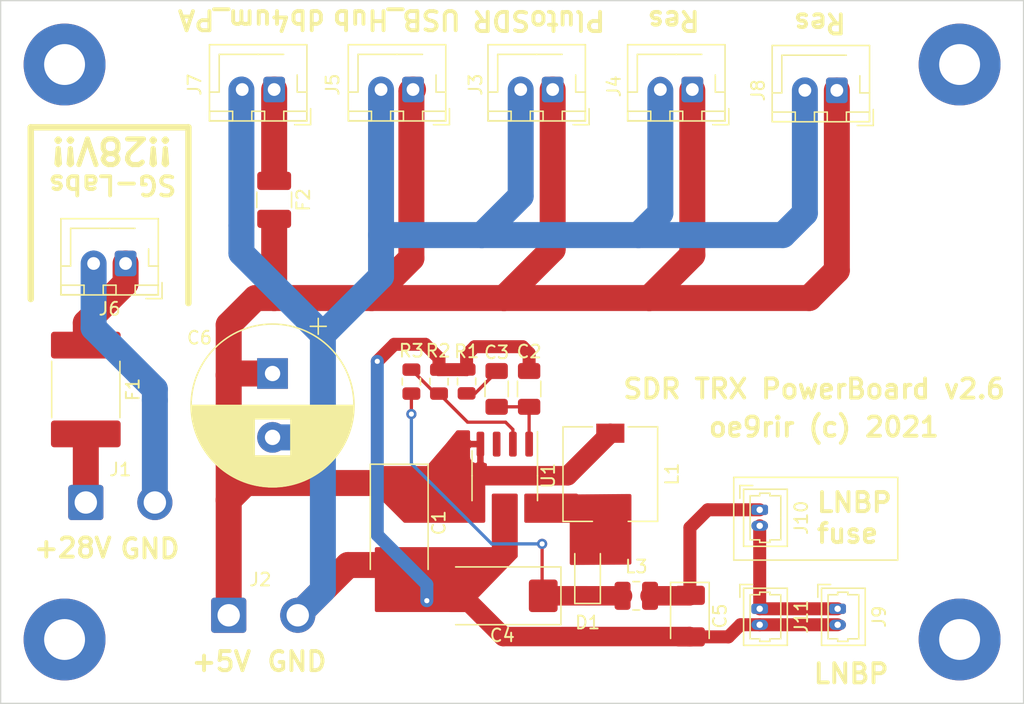
<source format=kicad_pcb>
(kicad_pcb (version 20171130) (host pcbnew 5.1.6+dfsg1-1~bpo9+1)

  (general
    (thickness 1.6)
    (drawings 26)
    (tracks 115)
    (zones 0)
    (modules 30)
    (nets 14)
  )

  (page A4)
  (layers
    (0 F.Cu signal)
    (31 B.Cu signal)
    (32 B.Adhes user)
    (33 F.Adhes user)
    (34 B.Paste user)
    (35 F.Paste user)
    (36 B.SilkS user)
    (37 F.SilkS user)
    (38 B.Mask user)
    (39 F.Mask user)
    (40 Dwgs.User user)
    (41 Cmts.User user)
    (42 Eco1.User user)
    (43 Eco2.User user)
    (44 Edge.Cuts user)
    (45 Margin user)
    (46 B.CrtYd user)
    (47 F.CrtYd user)
    (48 B.Fab user hide)
    (49 F.Fab user hide)
  )

  (setup
    (last_trace_width 2.032)
    (user_trace_width 0.254)
    (user_trace_width 1.016)
    (user_trace_width 1.524)
    (user_trace_width 2.032)
    (trace_clearance 0.2)
    (zone_clearance 0.508)
    (zone_45_only yes)
    (trace_min 0.2)
    (via_size 0.8)
    (via_drill 0.4)
    (via_min_size 0.4)
    (via_min_drill 0.3)
    (user_via 0.6 0.3)
    (uvia_size 0.3)
    (uvia_drill 0.1)
    (uvias_allowed no)
    (uvia_min_size 0.2)
    (uvia_min_drill 0.1)
    (edge_width 0.05)
    (segment_width 0.2)
    (pcb_text_width 0.3)
    (pcb_text_size 1.5 1.5)
    (mod_edge_width 0.12)
    (mod_text_size 1 1)
    (mod_text_width 0.15)
    (pad_size 6.4 6.4)
    (pad_drill 3.2)
    (pad_to_mask_clearance 0.05)
    (aux_axis_origin 0 0)
    (visible_elements FFFFFF7F)
    (pcbplotparams
      (layerselection 0x010fc_ffffffff)
      (usegerberextensions true)
      (usegerberattributes false)
      (usegerberadvancedattributes false)
      (creategerberjobfile false)
      (excludeedgelayer true)
      (linewidth 0.100000)
      (plotframeref false)
      (viasonmask false)
      (mode 1)
      (useauxorigin false)
      (hpglpennumber 1)
      (hpglpenspeed 20)
      (hpglpendiameter 15.000000)
      (psnegative false)
      (psa4output false)
      (plotreference true)
      (plotvalue false)
      (plotinvisibletext false)
      (padsonsilk false)
      (subtractmaskfromsilk true)
      (outputformat 1)
      (mirror false)
      (drillshape 0)
      (scaleselection 1)
      (outputdirectory "gerber"))
  )

  (net 0 "")
  (net 1 GND)
  (net 2 +5VP)
  (net 3 "Net-(C4-Pad1)")
  (net 4 "Net-(C5-Pad1)")
  (net 5 "Net-(C2-Pad1)")
  (net 6 "Net-(D1-Pad2)")
  (net 7 +24V)
  (net 8 "Net-(F1-Pad1)")
  (net 9 "Net-(F2-Pad1)")
  (net 10 "Net-(R2-Pad1)")
  (net 11 "Net-(C3-Pad2)")
  (net 12 "Net-(J1-Pad2)")
  (net 13 "Net-(J10-Pad2)")

  (net_class Default "This is the default net class."
    (clearance 0.2)
    (trace_width 0.25)
    (via_dia 0.8)
    (via_drill 0.4)
    (uvia_dia 0.3)
    (uvia_drill 0.1)
    (add_net +24V)
    (add_net +5VP)
    (add_net GND)
    (add_net "Net-(C2-Pad1)")
    (add_net "Net-(C3-Pad2)")
    (add_net "Net-(C4-Pad1)")
    (add_net "Net-(C5-Pad1)")
    (add_net "Net-(D1-Pad2)")
    (add_net "Net-(F1-Pad1)")
    (add_net "Net-(F2-Pad1)")
    (add_net "Net-(J1-Pad2)")
    (add_net "Net-(J10-Pad2)")
    (add_net "Net-(R2-Pad1)")
    (add_net "Net-(U1-Pad3)")
  )

  (module Connector_JST:JST_XH_B2B-XH-AM_1x02_P2.50mm_Vertical (layer F.Cu) (tedit 5C28146E) (tstamp 60BCBE1C)
    (at 84.7725 50.5714 180)
    (descr "JST XH series connector, B2B-XH-AM, with boss (http://www.jst-mfg.com/product/pdf/eng/eXH.pdf), generated with kicad-footprint-generator")
    (tags "connector JST XH vertical boss")
    (path /60BFEEC1)
    (fp_text reference J6 (at 1.25 -3.55) (layer F.SilkS)
      (effects (font (size 1 1) (thickness 0.15)))
    )
    (fp_text value SG-Labs_PA (at 1.25 4.6) (layer F.Fab)
      (effects (font (size 1 1) (thickness 0.15)))
    )
    (fp_text user %R (at 1.25 2.7) (layer F.Fab)
      (effects (font (size 1 1) (thickness 0.15)))
    )
    (fp_line (start -2.45 -2.35) (end -2.45 3.4) (layer F.Fab) (width 0.1))
    (fp_line (start -2.45 3.4) (end 4.95 3.4) (layer F.Fab) (width 0.1))
    (fp_line (start 4.95 3.4) (end 4.95 -2.35) (layer F.Fab) (width 0.1))
    (fp_line (start 4.95 -2.35) (end -2.45 -2.35) (layer F.Fab) (width 0.1))
    (fp_line (start -2.56 -2.46) (end -2.56 3.51) (layer F.SilkS) (width 0.12))
    (fp_line (start -2.56 3.51) (end 5.06 3.51) (layer F.SilkS) (width 0.12))
    (fp_line (start 5.06 3.51) (end 5.06 -2.46) (layer F.SilkS) (width 0.12))
    (fp_line (start 5.06 -2.46) (end -2.56 -2.46) (layer F.SilkS) (width 0.12))
    (fp_line (start -2.95 -2.85) (end -2.95 3.9) (layer F.CrtYd) (width 0.05))
    (fp_line (start -2.95 3.9) (end 5.45 3.9) (layer F.CrtYd) (width 0.05))
    (fp_line (start 5.45 3.9) (end 5.45 -2.85) (layer F.CrtYd) (width 0.05))
    (fp_line (start 5.45 -2.85) (end -2.95 -2.85) (layer F.CrtYd) (width 0.05))
    (fp_line (start -0.625 -2.35) (end 0 -1.35) (layer F.Fab) (width 0.1))
    (fp_line (start 0 -1.35) (end 0.625 -2.35) (layer F.Fab) (width 0.1))
    (fp_line (start 0.75 -2.45) (end 0.75 -1.7) (layer F.SilkS) (width 0.12))
    (fp_line (start 0.75 -1.7) (end 1.75 -1.7) (layer F.SilkS) (width 0.12))
    (fp_line (start 1.75 -1.7) (end 1.75 -2.45) (layer F.SilkS) (width 0.12))
    (fp_line (start 1.75 -2.45) (end 0.75 -2.45) (layer F.SilkS) (width 0.12))
    (fp_line (start -2.55 -2.45) (end -2.55 -1.7) (layer F.SilkS) (width 0.12))
    (fp_line (start -2.55 -1.7) (end -0.75 -1.7) (layer F.SilkS) (width 0.12))
    (fp_line (start -0.75 -1.7) (end -0.75 -2.45) (layer F.SilkS) (width 0.12))
    (fp_line (start -0.75 -2.45) (end -2.55 -2.45) (layer F.SilkS) (width 0.12))
    (fp_line (start 3.25 -2.45) (end 3.25 -1.7) (layer F.SilkS) (width 0.12))
    (fp_line (start 3.25 -1.7) (end 5.05 -1.7) (layer F.SilkS) (width 0.12))
    (fp_line (start 5.05 -1.7) (end 5.05 -2.45) (layer F.SilkS) (width 0.12))
    (fp_line (start 5.05 -2.45) (end 3.25 -2.45) (layer F.SilkS) (width 0.12))
    (fp_line (start -2.55 -0.2) (end -1.8 -0.2) (layer F.SilkS) (width 0.12))
    (fp_line (start -1.8 -0.2) (end -1.8 1.14) (layer F.SilkS) (width 0.12))
    (fp_line (start 1.25 2.75) (end -0.74 2.75) (layer F.SilkS) (width 0.12))
    (fp_line (start 5.05 -0.2) (end 4.3 -0.2) (layer F.SilkS) (width 0.12))
    (fp_line (start 4.3 -0.2) (end 4.3 2.75) (layer F.SilkS) (width 0.12))
    (fp_line (start 4.3 2.75) (end 1.25 2.75) (layer F.SilkS) (width 0.12))
    (fp_line (start -1.6 -2.75) (end -2.85 -2.75) (layer F.SilkS) (width 0.12))
    (fp_line (start -2.85 -2.75) (end -2.85 -1.5) (layer F.SilkS) (width 0.12))
    (pad "" np_thru_hole circle (at -1.6 2 180) (size 1.2 1.2) (drill 1.2) (layers *.Cu *.Mask))
    (pad 2 thru_hole oval (at 2.5 0 180) (size 1.7 2) (drill 1) (layers *.Cu *.Mask)
      (net 12 "Net-(J1-Pad2)"))
    (pad 1 thru_hole roundrect (at 0 0 180) (size 1.7 2) (drill 1) (layers *.Cu *.Mask) (roundrect_rratio 0.147059)
      (net 8 "Net-(F1-Pad1)"))
    (model ${KISYS3DMOD}/Connector_JST.3dshapes/JST_XH_B2B-XH-AM_1x02_P2.50mm_Vertical.wrl
      (at (xyz 0 0 0))
      (scale (xyz 1 1 1))
      (rotate (xyz 0 0 0))
    )
  )

  (module Connector_Molex:Molex_PicoBlade_53047-0210_1x02_P1.25mm_Vertical (layer F.Cu) (tedit 5B783167) (tstamp 61FFF2CC)
    (at 134.366 69.85 270)
    (descr "Molex PicoBlade Connector System, 53047-0210, 2 Pins per row (http://www.molex.com/pdm_docs/sd/530470610_sd.pdf), generated with kicad-footprint-generator")
    (tags "connector Molex PicoBlade side entry")
    (path /62009ED0)
    (fp_text reference J10 (at 0.62 -3.25 90) (layer F.SilkS)
      (effects (font (size 1 1) (thickness 0.15)))
    )
    (fp_text value LNBP-FUSE (at 0.62 2.35 90) (layer F.Fab)
      (effects (font (size 1 1) (thickness 0.15)))
    )
    (fp_line (start 3.25 -2.55) (end -2 -2.55) (layer F.CrtYd) (width 0.05))
    (fp_line (start 3.25 1.65) (end 3.25 -2.55) (layer F.CrtYd) (width 0.05))
    (fp_line (start -2 1.65) (end 3.25 1.65) (layer F.CrtYd) (width 0.05))
    (fp_line (start -2 -2.55) (end -2 1.65) (layer F.CrtYd) (width 0.05))
    (fp_line (start 0 0.442893) (end 0.5 1.15) (layer F.Fab) (width 0.1))
    (fp_line (start -0.5 1.15) (end 0 0.442893) (layer F.Fab) (width 0.1))
    (fp_line (start -1.9 1.55) (end -0.9 1.55) (layer F.SilkS) (width 0.12))
    (fp_line (start -1.9 1.55) (end -1.9 0.55) (layer F.SilkS) (width 0.12))
    (fp_line (start 2.35 -1.65) (end 0.625 -1.65) (layer F.SilkS) (width 0.12))
    (fp_line (start 2.35 -0.8) (end 2.35 -1.65) (layer F.SilkS) (width 0.12))
    (fp_line (start 2.55 -0.8) (end 2.35 -0.8) (layer F.SilkS) (width 0.12))
    (fp_line (start 2.55 0) (end 2.55 -0.8) (layer F.SilkS) (width 0.12))
    (fp_line (start 2.35 0) (end 2.55 0) (layer F.SilkS) (width 0.12))
    (fp_line (start 2.35 0.75) (end 2.35 0) (layer F.SilkS) (width 0.12))
    (fp_line (start 0.625 0.75) (end 2.35 0.75) (layer F.SilkS) (width 0.12))
    (fp_line (start -1.1 -1.65) (end 0.625 -1.65) (layer F.SilkS) (width 0.12))
    (fp_line (start -1.1 -0.8) (end -1.1 -1.65) (layer F.SilkS) (width 0.12))
    (fp_line (start -1.3 -0.8) (end -1.1 -0.8) (layer F.SilkS) (width 0.12))
    (fp_line (start -1.3 0) (end -1.3 -0.8) (layer F.SilkS) (width 0.12))
    (fp_line (start -1.1 0) (end -1.3 0) (layer F.SilkS) (width 0.12))
    (fp_line (start -1.1 0.75) (end -1.1 0) (layer F.SilkS) (width 0.12))
    (fp_line (start 0.625 0.75) (end -1.1 0.75) (layer F.SilkS) (width 0.12))
    (fp_line (start 2.86 -2.16) (end -1.61 -2.16) (layer F.SilkS) (width 0.12))
    (fp_line (start 2.86 1.26) (end 2.86 -2.16) (layer F.SilkS) (width 0.12))
    (fp_line (start -1.61 1.26) (end 2.86 1.26) (layer F.SilkS) (width 0.12))
    (fp_line (start -1.61 -2.16) (end -1.61 1.26) (layer F.SilkS) (width 0.12))
    (fp_line (start 2.75 -2.05) (end -1.5 -2.05) (layer F.Fab) (width 0.1))
    (fp_line (start 2.75 1.15) (end 2.75 -2.05) (layer F.Fab) (width 0.1))
    (fp_line (start -1.5 1.15) (end 2.75 1.15) (layer F.Fab) (width 0.1))
    (fp_line (start -1.5 -2.05) (end -1.5 1.15) (layer F.Fab) (width 0.1))
    (fp_text user %R (at 0.62 -1.35 90) (layer F.Fab)
      (effects (font (size 1 1) (thickness 0.15)))
    )
    (pad 2 thru_hole oval (at 1.25 0 270) (size 0.8 1.3) (drill 0.5) (layers *.Cu *.Mask)
      (net 13 "Net-(J10-Pad2)"))
    (pad 1 thru_hole roundrect (at 0 0 270) (size 0.8 1.3) (drill 0.5) (layers *.Cu *.Mask) (roundrect_rratio 0.25)
      (net 4 "Net-(C5-Pad1)"))
    (model ${KISYS3DMOD}/Connector_Molex.3dshapes/Molex_PicoBlade_53047-0210_1x02_P1.25mm_Vertical.wrl
      (at (xyz 0 0 0))
      (scale (xyz 1 1 1))
      (rotate (xyz 0 0 0))
    )
  )

  (module Capacitor_THT:CP_Radial_D12.5mm_P5.00mm (layer F.Cu) (tedit 5AE50EF1) (tstamp 61FFEF8B)
    (at 96.266 59.182 270)
    (descr "CP, Radial series, Radial, pin pitch=5.00mm, , diameter=12.5mm, Electrolytic Capacitor")
    (tags "CP Radial series Radial pin pitch 5.00mm  diameter 12.5mm Electrolytic Capacitor")
    (path /620129A0)
    (fp_text reference C6 (at -2.794 5.715 180) (layer F.SilkS)
      (effects (font (size 1 1) (thickness 0.15)))
    )
    (fp_text value 2200uF/16V (at 2.5 7.5 90) (layer F.Fab)
      (effects (font (size 1 1) (thickness 0.15)))
    )
    (fp_line (start -3.692082 -4.2) (end -3.692082 -2.95) (layer F.SilkS) (width 0.12))
    (fp_line (start -4.317082 -3.575) (end -3.067082 -3.575) (layer F.SilkS) (width 0.12))
    (fp_line (start 8.861 -0.317) (end 8.861 0.317) (layer F.SilkS) (width 0.12))
    (fp_line (start 8.821 -0.757) (end 8.821 0.757) (layer F.SilkS) (width 0.12))
    (fp_line (start 8.781 -1.028) (end 8.781 1.028) (layer F.SilkS) (width 0.12))
    (fp_line (start 8.741 -1.241) (end 8.741 1.241) (layer F.SilkS) (width 0.12))
    (fp_line (start 8.701 -1.422) (end 8.701 1.422) (layer F.SilkS) (width 0.12))
    (fp_line (start 8.661 -1.583) (end 8.661 1.583) (layer F.SilkS) (width 0.12))
    (fp_line (start 8.621 -1.728) (end 8.621 1.728) (layer F.SilkS) (width 0.12))
    (fp_line (start 8.581 -1.861) (end 8.581 1.861) (layer F.SilkS) (width 0.12))
    (fp_line (start 8.541 -1.984) (end 8.541 1.984) (layer F.SilkS) (width 0.12))
    (fp_line (start 8.501 -2.1) (end 8.501 2.1) (layer F.SilkS) (width 0.12))
    (fp_line (start 8.461 -2.209) (end 8.461 2.209) (layer F.SilkS) (width 0.12))
    (fp_line (start 8.421 -2.312) (end 8.421 2.312) (layer F.SilkS) (width 0.12))
    (fp_line (start 8.381 -2.41) (end 8.381 2.41) (layer F.SilkS) (width 0.12))
    (fp_line (start 8.341 -2.504) (end 8.341 2.504) (layer F.SilkS) (width 0.12))
    (fp_line (start 8.301 -2.594) (end 8.301 2.594) (layer F.SilkS) (width 0.12))
    (fp_line (start 8.261 -2.681) (end 8.261 2.681) (layer F.SilkS) (width 0.12))
    (fp_line (start 8.221 -2.764) (end 8.221 2.764) (layer F.SilkS) (width 0.12))
    (fp_line (start 8.181 -2.844) (end 8.181 2.844) (layer F.SilkS) (width 0.12))
    (fp_line (start 8.141 -2.921) (end 8.141 2.921) (layer F.SilkS) (width 0.12))
    (fp_line (start 8.101 -2.996) (end 8.101 2.996) (layer F.SilkS) (width 0.12))
    (fp_line (start 8.061 -3.069) (end 8.061 3.069) (layer F.SilkS) (width 0.12))
    (fp_line (start 8.021 -3.14) (end 8.021 3.14) (layer F.SilkS) (width 0.12))
    (fp_line (start 7.981 -3.208) (end 7.981 3.208) (layer F.SilkS) (width 0.12))
    (fp_line (start 7.941 -3.275) (end 7.941 3.275) (layer F.SilkS) (width 0.12))
    (fp_line (start 7.901 -3.339) (end 7.901 3.339) (layer F.SilkS) (width 0.12))
    (fp_line (start 7.861 -3.402) (end 7.861 3.402) (layer F.SilkS) (width 0.12))
    (fp_line (start 7.821 -3.464) (end 7.821 3.464) (layer F.SilkS) (width 0.12))
    (fp_line (start 7.781 -3.524) (end 7.781 3.524) (layer F.SilkS) (width 0.12))
    (fp_line (start 7.741 -3.583) (end 7.741 3.583) (layer F.SilkS) (width 0.12))
    (fp_line (start 7.701 -3.64) (end 7.701 3.64) (layer F.SilkS) (width 0.12))
    (fp_line (start 7.661 -3.696) (end 7.661 3.696) (layer F.SilkS) (width 0.12))
    (fp_line (start 7.621 -3.75) (end 7.621 3.75) (layer F.SilkS) (width 0.12))
    (fp_line (start 7.581 -3.804) (end 7.581 3.804) (layer F.SilkS) (width 0.12))
    (fp_line (start 7.541 -3.856) (end 7.541 3.856) (layer F.SilkS) (width 0.12))
    (fp_line (start 7.501 -3.907) (end 7.501 3.907) (layer F.SilkS) (width 0.12))
    (fp_line (start 7.461 -3.957) (end 7.461 3.957) (layer F.SilkS) (width 0.12))
    (fp_line (start 7.421 -4.007) (end 7.421 4.007) (layer F.SilkS) (width 0.12))
    (fp_line (start 7.381 -4.055) (end 7.381 4.055) (layer F.SilkS) (width 0.12))
    (fp_line (start 7.341 -4.102) (end 7.341 4.102) (layer F.SilkS) (width 0.12))
    (fp_line (start 7.301 -4.148) (end 7.301 4.148) (layer F.SilkS) (width 0.12))
    (fp_line (start 7.261 -4.194) (end 7.261 4.194) (layer F.SilkS) (width 0.12))
    (fp_line (start 7.221 -4.238) (end 7.221 4.238) (layer F.SilkS) (width 0.12))
    (fp_line (start 7.181 -4.282) (end 7.181 4.282) (layer F.SilkS) (width 0.12))
    (fp_line (start 7.141 -4.325) (end 7.141 4.325) (layer F.SilkS) (width 0.12))
    (fp_line (start 7.101 -4.367) (end 7.101 4.367) (layer F.SilkS) (width 0.12))
    (fp_line (start 7.061 -4.408) (end 7.061 4.408) (layer F.SilkS) (width 0.12))
    (fp_line (start 7.021 -4.449) (end 7.021 4.449) (layer F.SilkS) (width 0.12))
    (fp_line (start 6.981 -4.489) (end 6.981 4.489) (layer F.SilkS) (width 0.12))
    (fp_line (start 6.941 -4.528) (end 6.941 4.528) (layer F.SilkS) (width 0.12))
    (fp_line (start 6.901 -4.567) (end 6.901 4.567) (layer F.SilkS) (width 0.12))
    (fp_line (start 6.861 -4.605) (end 6.861 4.605) (layer F.SilkS) (width 0.12))
    (fp_line (start 6.821 -4.642) (end 6.821 4.642) (layer F.SilkS) (width 0.12))
    (fp_line (start 6.781 -4.678) (end 6.781 4.678) (layer F.SilkS) (width 0.12))
    (fp_line (start 6.741 -4.714) (end 6.741 4.714) (layer F.SilkS) (width 0.12))
    (fp_line (start 6.701 -4.75) (end 6.701 4.75) (layer F.SilkS) (width 0.12))
    (fp_line (start 6.661 -4.785) (end 6.661 4.785) (layer F.SilkS) (width 0.12))
    (fp_line (start 6.621 -4.819) (end 6.621 4.819) (layer F.SilkS) (width 0.12))
    (fp_line (start 6.581 -4.852) (end 6.581 4.852) (layer F.SilkS) (width 0.12))
    (fp_line (start 6.541 -4.885) (end 6.541 4.885) (layer F.SilkS) (width 0.12))
    (fp_line (start 6.501 -4.918) (end 6.501 4.918) (layer F.SilkS) (width 0.12))
    (fp_line (start 6.461 -4.95) (end 6.461 4.95) (layer F.SilkS) (width 0.12))
    (fp_line (start 6.421 1.44) (end 6.421 4.982) (layer F.SilkS) (width 0.12))
    (fp_line (start 6.421 -4.982) (end 6.421 -1.44) (layer F.SilkS) (width 0.12))
    (fp_line (start 6.381 1.44) (end 6.381 5.012) (layer F.SilkS) (width 0.12))
    (fp_line (start 6.381 -5.012) (end 6.381 -1.44) (layer F.SilkS) (width 0.12))
    (fp_line (start 6.341 1.44) (end 6.341 5.043) (layer F.SilkS) (width 0.12))
    (fp_line (start 6.341 -5.043) (end 6.341 -1.44) (layer F.SilkS) (width 0.12))
    (fp_line (start 6.301 1.44) (end 6.301 5.073) (layer F.SilkS) (width 0.12))
    (fp_line (start 6.301 -5.073) (end 6.301 -1.44) (layer F.SilkS) (width 0.12))
    (fp_line (start 6.261 1.44) (end 6.261 5.102) (layer F.SilkS) (width 0.12))
    (fp_line (start 6.261 -5.102) (end 6.261 -1.44) (layer F.SilkS) (width 0.12))
    (fp_line (start 6.221 1.44) (end 6.221 5.131) (layer F.SilkS) (width 0.12))
    (fp_line (start 6.221 -5.131) (end 6.221 -1.44) (layer F.SilkS) (width 0.12))
    (fp_line (start 6.181 1.44) (end 6.181 5.16) (layer F.SilkS) (width 0.12))
    (fp_line (start 6.181 -5.16) (end 6.181 -1.44) (layer F.SilkS) (width 0.12))
    (fp_line (start 6.141 1.44) (end 6.141 5.188) (layer F.SilkS) (width 0.12))
    (fp_line (start 6.141 -5.188) (end 6.141 -1.44) (layer F.SilkS) (width 0.12))
    (fp_line (start 6.101 1.44) (end 6.101 5.216) (layer F.SilkS) (width 0.12))
    (fp_line (start 6.101 -5.216) (end 6.101 -1.44) (layer F.SilkS) (width 0.12))
    (fp_line (start 6.061 1.44) (end 6.061 5.243) (layer F.SilkS) (width 0.12))
    (fp_line (start 6.061 -5.243) (end 6.061 -1.44) (layer F.SilkS) (width 0.12))
    (fp_line (start 6.021 1.44) (end 6.021 5.27) (layer F.SilkS) (width 0.12))
    (fp_line (start 6.021 -5.27) (end 6.021 -1.44) (layer F.SilkS) (width 0.12))
    (fp_line (start 5.981 1.44) (end 5.981 5.296) (layer F.SilkS) (width 0.12))
    (fp_line (start 5.981 -5.296) (end 5.981 -1.44) (layer F.SilkS) (width 0.12))
    (fp_line (start 5.941 1.44) (end 5.941 5.322) (layer F.SilkS) (width 0.12))
    (fp_line (start 5.941 -5.322) (end 5.941 -1.44) (layer F.SilkS) (width 0.12))
    (fp_line (start 5.901 1.44) (end 5.901 5.347) (layer F.SilkS) (width 0.12))
    (fp_line (start 5.901 -5.347) (end 5.901 -1.44) (layer F.SilkS) (width 0.12))
    (fp_line (start 5.861 1.44) (end 5.861 5.372) (layer F.SilkS) (width 0.12))
    (fp_line (start 5.861 -5.372) (end 5.861 -1.44) (layer F.SilkS) (width 0.12))
    (fp_line (start 5.821 1.44) (end 5.821 5.397) (layer F.SilkS) (width 0.12))
    (fp_line (start 5.821 -5.397) (end 5.821 -1.44) (layer F.SilkS) (width 0.12))
    (fp_line (start 5.781 1.44) (end 5.781 5.421) (layer F.SilkS) (width 0.12))
    (fp_line (start 5.781 -5.421) (end 5.781 -1.44) (layer F.SilkS) (width 0.12))
    (fp_line (start 5.741 1.44) (end 5.741 5.445) (layer F.SilkS) (width 0.12))
    (fp_line (start 5.741 -5.445) (end 5.741 -1.44) (layer F.SilkS) (width 0.12))
    (fp_line (start 5.701 1.44) (end 5.701 5.468) (layer F.SilkS) (width 0.12))
    (fp_line (start 5.701 -5.468) (end 5.701 -1.44) (layer F.SilkS) (width 0.12))
    (fp_line (start 5.661 1.44) (end 5.661 5.491) (layer F.SilkS) (width 0.12))
    (fp_line (start 5.661 -5.491) (end 5.661 -1.44) (layer F.SilkS) (width 0.12))
    (fp_line (start 5.621 1.44) (end 5.621 5.514) (layer F.SilkS) (width 0.12))
    (fp_line (start 5.621 -5.514) (end 5.621 -1.44) (layer F.SilkS) (width 0.12))
    (fp_line (start 5.581 1.44) (end 5.581 5.536) (layer F.SilkS) (width 0.12))
    (fp_line (start 5.581 -5.536) (end 5.581 -1.44) (layer F.SilkS) (width 0.12))
    (fp_line (start 5.541 1.44) (end 5.541 5.558) (layer F.SilkS) (width 0.12))
    (fp_line (start 5.541 -5.558) (end 5.541 -1.44) (layer F.SilkS) (width 0.12))
    (fp_line (start 5.501 1.44) (end 5.501 5.58) (layer F.SilkS) (width 0.12))
    (fp_line (start 5.501 -5.58) (end 5.501 -1.44) (layer F.SilkS) (width 0.12))
    (fp_line (start 5.461 1.44) (end 5.461 5.601) (layer F.SilkS) (width 0.12))
    (fp_line (start 5.461 -5.601) (end 5.461 -1.44) (layer F.SilkS) (width 0.12))
    (fp_line (start 5.421 1.44) (end 5.421 5.622) (layer F.SilkS) (width 0.12))
    (fp_line (start 5.421 -5.622) (end 5.421 -1.44) (layer F.SilkS) (width 0.12))
    (fp_line (start 5.381 1.44) (end 5.381 5.642) (layer F.SilkS) (width 0.12))
    (fp_line (start 5.381 -5.642) (end 5.381 -1.44) (layer F.SilkS) (width 0.12))
    (fp_line (start 5.341 1.44) (end 5.341 5.662) (layer F.SilkS) (width 0.12))
    (fp_line (start 5.341 -5.662) (end 5.341 -1.44) (layer F.SilkS) (width 0.12))
    (fp_line (start 5.301 1.44) (end 5.301 5.682) (layer F.SilkS) (width 0.12))
    (fp_line (start 5.301 -5.682) (end 5.301 -1.44) (layer F.SilkS) (width 0.12))
    (fp_line (start 5.261 1.44) (end 5.261 5.702) (layer F.SilkS) (width 0.12))
    (fp_line (start 5.261 -5.702) (end 5.261 -1.44) (layer F.SilkS) (width 0.12))
    (fp_line (start 5.221 1.44) (end 5.221 5.721) (layer F.SilkS) (width 0.12))
    (fp_line (start 5.221 -5.721) (end 5.221 -1.44) (layer F.SilkS) (width 0.12))
    (fp_line (start 5.181 1.44) (end 5.181 5.739) (layer F.SilkS) (width 0.12))
    (fp_line (start 5.181 -5.739) (end 5.181 -1.44) (layer F.SilkS) (width 0.12))
    (fp_line (start 5.141 1.44) (end 5.141 5.758) (layer F.SilkS) (width 0.12))
    (fp_line (start 5.141 -5.758) (end 5.141 -1.44) (layer F.SilkS) (width 0.12))
    (fp_line (start 5.101 1.44) (end 5.101 5.776) (layer F.SilkS) (width 0.12))
    (fp_line (start 5.101 -5.776) (end 5.101 -1.44) (layer F.SilkS) (width 0.12))
    (fp_line (start 5.061 1.44) (end 5.061 5.793) (layer F.SilkS) (width 0.12))
    (fp_line (start 5.061 -5.793) (end 5.061 -1.44) (layer F.SilkS) (width 0.12))
    (fp_line (start 5.021 1.44) (end 5.021 5.811) (layer F.SilkS) (width 0.12))
    (fp_line (start 5.021 -5.811) (end 5.021 -1.44) (layer F.SilkS) (width 0.12))
    (fp_line (start 4.981 1.44) (end 4.981 5.828) (layer F.SilkS) (width 0.12))
    (fp_line (start 4.981 -5.828) (end 4.981 -1.44) (layer F.SilkS) (width 0.12))
    (fp_line (start 4.941 1.44) (end 4.941 5.845) (layer F.SilkS) (width 0.12))
    (fp_line (start 4.941 -5.845) (end 4.941 -1.44) (layer F.SilkS) (width 0.12))
    (fp_line (start 4.901 1.44) (end 4.901 5.861) (layer F.SilkS) (width 0.12))
    (fp_line (start 4.901 -5.861) (end 4.901 -1.44) (layer F.SilkS) (width 0.12))
    (fp_line (start 4.861 1.44) (end 4.861 5.877) (layer F.SilkS) (width 0.12))
    (fp_line (start 4.861 -5.877) (end 4.861 -1.44) (layer F.SilkS) (width 0.12))
    (fp_line (start 4.821 1.44) (end 4.821 5.893) (layer F.SilkS) (width 0.12))
    (fp_line (start 4.821 -5.893) (end 4.821 -1.44) (layer F.SilkS) (width 0.12))
    (fp_line (start 4.781 1.44) (end 4.781 5.908) (layer F.SilkS) (width 0.12))
    (fp_line (start 4.781 -5.908) (end 4.781 -1.44) (layer F.SilkS) (width 0.12))
    (fp_line (start 4.741 1.44) (end 4.741 5.924) (layer F.SilkS) (width 0.12))
    (fp_line (start 4.741 -5.924) (end 4.741 -1.44) (layer F.SilkS) (width 0.12))
    (fp_line (start 4.701 1.44) (end 4.701 5.939) (layer F.SilkS) (width 0.12))
    (fp_line (start 4.701 -5.939) (end 4.701 -1.44) (layer F.SilkS) (width 0.12))
    (fp_line (start 4.661 1.44) (end 4.661 5.953) (layer F.SilkS) (width 0.12))
    (fp_line (start 4.661 -5.953) (end 4.661 -1.44) (layer F.SilkS) (width 0.12))
    (fp_line (start 4.621 1.44) (end 4.621 5.967) (layer F.SilkS) (width 0.12))
    (fp_line (start 4.621 -5.967) (end 4.621 -1.44) (layer F.SilkS) (width 0.12))
    (fp_line (start 4.581 1.44) (end 4.581 5.981) (layer F.SilkS) (width 0.12))
    (fp_line (start 4.581 -5.981) (end 4.581 -1.44) (layer F.SilkS) (width 0.12))
    (fp_line (start 4.541 1.44) (end 4.541 5.995) (layer F.SilkS) (width 0.12))
    (fp_line (start 4.541 -5.995) (end 4.541 -1.44) (layer F.SilkS) (width 0.12))
    (fp_line (start 4.501 1.44) (end 4.501 6.008) (layer F.SilkS) (width 0.12))
    (fp_line (start 4.501 -6.008) (end 4.501 -1.44) (layer F.SilkS) (width 0.12))
    (fp_line (start 4.461 1.44) (end 4.461 6.021) (layer F.SilkS) (width 0.12))
    (fp_line (start 4.461 -6.021) (end 4.461 -1.44) (layer F.SilkS) (width 0.12))
    (fp_line (start 4.421 1.44) (end 4.421 6.034) (layer F.SilkS) (width 0.12))
    (fp_line (start 4.421 -6.034) (end 4.421 -1.44) (layer F.SilkS) (width 0.12))
    (fp_line (start 4.381 1.44) (end 4.381 6.047) (layer F.SilkS) (width 0.12))
    (fp_line (start 4.381 -6.047) (end 4.381 -1.44) (layer F.SilkS) (width 0.12))
    (fp_line (start 4.341 1.44) (end 4.341 6.059) (layer F.SilkS) (width 0.12))
    (fp_line (start 4.341 -6.059) (end 4.341 -1.44) (layer F.SilkS) (width 0.12))
    (fp_line (start 4.301 1.44) (end 4.301 6.071) (layer F.SilkS) (width 0.12))
    (fp_line (start 4.301 -6.071) (end 4.301 -1.44) (layer F.SilkS) (width 0.12))
    (fp_line (start 4.261 1.44) (end 4.261 6.083) (layer F.SilkS) (width 0.12))
    (fp_line (start 4.261 -6.083) (end 4.261 -1.44) (layer F.SilkS) (width 0.12))
    (fp_line (start 4.221 1.44) (end 4.221 6.094) (layer F.SilkS) (width 0.12))
    (fp_line (start 4.221 -6.094) (end 4.221 -1.44) (layer F.SilkS) (width 0.12))
    (fp_line (start 4.181 1.44) (end 4.181 6.105) (layer F.SilkS) (width 0.12))
    (fp_line (start 4.181 -6.105) (end 4.181 -1.44) (layer F.SilkS) (width 0.12))
    (fp_line (start 4.141 1.44) (end 4.141 6.116) (layer F.SilkS) (width 0.12))
    (fp_line (start 4.141 -6.116) (end 4.141 -1.44) (layer F.SilkS) (width 0.12))
    (fp_line (start 4.101 1.44) (end 4.101 6.126) (layer F.SilkS) (width 0.12))
    (fp_line (start 4.101 -6.126) (end 4.101 -1.44) (layer F.SilkS) (width 0.12))
    (fp_line (start 4.061 1.44) (end 4.061 6.137) (layer F.SilkS) (width 0.12))
    (fp_line (start 4.061 -6.137) (end 4.061 -1.44) (layer F.SilkS) (width 0.12))
    (fp_line (start 4.021 1.44) (end 4.021 6.146) (layer F.SilkS) (width 0.12))
    (fp_line (start 4.021 -6.146) (end 4.021 -1.44) (layer F.SilkS) (width 0.12))
    (fp_line (start 3.981 1.44) (end 3.981 6.156) (layer F.SilkS) (width 0.12))
    (fp_line (start 3.981 -6.156) (end 3.981 -1.44) (layer F.SilkS) (width 0.12))
    (fp_line (start 3.941 1.44) (end 3.941 6.166) (layer F.SilkS) (width 0.12))
    (fp_line (start 3.941 -6.166) (end 3.941 -1.44) (layer F.SilkS) (width 0.12))
    (fp_line (start 3.901 1.44) (end 3.901 6.175) (layer F.SilkS) (width 0.12))
    (fp_line (start 3.901 -6.175) (end 3.901 -1.44) (layer F.SilkS) (width 0.12))
    (fp_line (start 3.861 1.44) (end 3.861 6.184) (layer F.SilkS) (width 0.12))
    (fp_line (start 3.861 -6.184) (end 3.861 -1.44) (layer F.SilkS) (width 0.12))
    (fp_line (start 3.821 1.44) (end 3.821 6.192) (layer F.SilkS) (width 0.12))
    (fp_line (start 3.821 -6.192) (end 3.821 -1.44) (layer F.SilkS) (width 0.12))
    (fp_line (start 3.781 1.44) (end 3.781 6.201) (layer F.SilkS) (width 0.12))
    (fp_line (start 3.781 -6.201) (end 3.781 -1.44) (layer F.SilkS) (width 0.12))
    (fp_line (start 3.741 1.44) (end 3.741 6.209) (layer F.SilkS) (width 0.12))
    (fp_line (start 3.741 -6.209) (end 3.741 -1.44) (layer F.SilkS) (width 0.12))
    (fp_line (start 3.701 1.44) (end 3.701 6.216) (layer F.SilkS) (width 0.12))
    (fp_line (start 3.701 -6.216) (end 3.701 -1.44) (layer F.SilkS) (width 0.12))
    (fp_line (start 3.661 1.44) (end 3.661 6.224) (layer F.SilkS) (width 0.12))
    (fp_line (start 3.661 -6.224) (end 3.661 -1.44) (layer F.SilkS) (width 0.12))
    (fp_line (start 3.621 1.44) (end 3.621 6.231) (layer F.SilkS) (width 0.12))
    (fp_line (start 3.621 -6.231) (end 3.621 -1.44) (layer F.SilkS) (width 0.12))
    (fp_line (start 3.581 1.44) (end 3.581 6.238) (layer F.SilkS) (width 0.12))
    (fp_line (start 3.581 -6.238) (end 3.581 -1.44) (layer F.SilkS) (width 0.12))
    (fp_line (start 3.541 -6.245) (end 3.541 6.245) (layer F.SilkS) (width 0.12))
    (fp_line (start 3.501 -6.252) (end 3.501 6.252) (layer F.SilkS) (width 0.12))
    (fp_line (start 3.461 -6.258) (end 3.461 6.258) (layer F.SilkS) (width 0.12))
    (fp_line (start 3.421 -6.264) (end 3.421 6.264) (layer F.SilkS) (width 0.12))
    (fp_line (start 3.381 -6.269) (end 3.381 6.269) (layer F.SilkS) (width 0.12))
    (fp_line (start 3.341 -6.275) (end 3.341 6.275) (layer F.SilkS) (width 0.12))
    (fp_line (start 3.301 -6.28) (end 3.301 6.28) (layer F.SilkS) (width 0.12))
    (fp_line (start 3.261 -6.285) (end 3.261 6.285) (layer F.SilkS) (width 0.12))
    (fp_line (start 3.221 -6.29) (end 3.221 6.29) (layer F.SilkS) (width 0.12))
    (fp_line (start 3.18 -6.294) (end 3.18 6.294) (layer F.SilkS) (width 0.12))
    (fp_line (start 3.14 -6.298) (end 3.14 6.298) (layer F.SilkS) (width 0.12))
    (fp_line (start 3.1 -6.302) (end 3.1 6.302) (layer F.SilkS) (width 0.12))
    (fp_line (start 3.06 -6.306) (end 3.06 6.306) (layer F.SilkS) (width 0.12))
    (fp_line (start 3.02 -6.309) (end 3.02 6.309) (layer F.SilkS) (width 0.12))
    (fp_line (start 2.98 -6.312) (end 2.98 6.312) (layer F.SilkS) (width 0.12))
    (fp_line (start 2.94 -6.315) (end 2.94 6.315) (layer F.SilkS) (width 0.12))
    (fp_line (start 2.9 -6.318) (end 2.9 6.318) (layer F.SilkS) (width 0.12))
    (fp_line (start 2.86 -6.32) (end 2.86 6.32) (layer F.SilkS) (width 0.12))
    (fp_line (start 2.82 -6.322) (end 2.82 6.322) (layer F.SilkS) (width 0.12))
    (fp_line (start 2.78 -6.324) (end 2.78 6.324) (layer F.SilkS) (width 0.12))
    (fp_line (start 2.74 -6.326) (end 2.74 6.326) (layer F.SilkS) (width 0.12))
    (fp_line (start 2.7 -6.327) (end 2.7 6.327) (layer F.SilkS) (width 0.12))
    (fp_line (start 2.66 -6.328) (end 2.66 6.328) (layer F.SilkS) (width 0.12))
    (fp_line (start 2.62 -6.329) (end 2.62 6.329) (layer F.SilkS) (width 0.12))
    (fp_line (start 2.58 -6.33) (end 2.58 6.33) (layer F.SilkS) (width 0.12))
    (fp_line (start 2.54 -6.33) (end 2.54 6.33) (layer F.SilkS) (width 0.12))
    (fp_line (start 2.5 -6.33) (end 2.5 6.33) (layer F.SilkS) (width 0.12))
    (fp_line (start -2.241489 -3.3625) (end -2.241489 -2.1125) (layer F.Fab) (width 0.1))
    (fp_line (start -2.866489 -2.7375) (end -1.616489 -2.7375) (layer F.Fab) (width 0.1))
    (fp_circle (center 2.5 0) (end 9 0) (layer F.CrtYd) (width 0.05))
    (fp_circle (center 2.5 0) (end 8.87 0) (layer F.SilkS) (width 0.12))
    (fp_circle (center 2.5 0) (end 8.75 0) (layer F.Fab) (width 0.1))
    (fp_text user %R (at 2.5 0 90) (layer F.Fab)
      (effects (font (size 1 1) (thickness 0.15)))
    )
    (pad 2 thru_hole circle (at 5 0 270) (size 2.4 2.4) (drill 1.2) (layers *.Cu *.Mask)
      (net 1 GND))
    (pad 1 thru_hole rect (at 0 0 270) (size 2.4 2.4) (drill 1.2) (layers *.Cu *.Mask)
      (net 2 +5VP))
    (model ${KISYS3DMOD}/Capacitor_THT.3dshapes/CP_Radial_D12.5mm_P5.00mm.wrl
      (at (xyz 0 0 0))
      (scale (xyz 1 1 1))
      (rotate (xyz 0 0 0))
    )
  )

  (module Connector_Wire:SolderWire-1sqmm_1x02_P5.4mm_D1.4mm_OD2.7mm (layer F.Cu) (tedit 5EB70B43) (tstamp 60BCC0CB)
    (at 81.661 69.2785)
    (descr "Soldered wire connection, for 2 times 1 mm² wires, basic insulation, conductor diameter 1.4mm, outer diameter 2.7mm, size source Multi-Contact FLEXI-E 1.0 (https://ec.staubli.com/AcroFiles/Catalogues/TM_Cab-Main-11014119_(en)_hi.pdf), bend radius 3 times outer diameter, generated with kicad-footprint-generator")
    (tags "connector wire 1sqmm")
    (path /60BFDA16)
    (attr virtual)
    (fp_text reference J1 (at 2.7 -2.58) (layer F.SilkS)
      (effects (font (size 1 1) (thickness 0.15)))
    )
    (fp_text value "24V MW" (at 2.7 2.58) (layer F.Fab)
      (effects (font (size 1 1) (thickness 0.15)))
    )
    (fp_circle (center 0 0) (end 1.35 0) (layer F.Fab) (width 0.1))
    (fp_circle (center 5.4 0) (end 6.75 0) (layer F.Fab) (width 0.1))
    (fp_line (start -2.1 -1.88) (end -2.1 1.88) (layer F.CrtYd) (width 0.05))
    (fp_line (start -2.1 1.88) (end 2.1 1.88) (layer F.CrtYd) (width 0.05))
    (fp_line (start 2.1 1.88) (end 2.1 -1.88) (layer F.CrtYd) (width 0.05))
    (fp_line (start 2.1 -1.88) (end -2.1 -1.88) (layer F.CrtYd) (width 0.05))
    (fp_line (start 3.3 -1.88) (end 3.3 1.88) (layer F.CrtYd) (width 0.05))
    (fp_line (start 3.3 1.88) (end 7.5 1.88) (layer F.CrtYd) (width 0.05))
    (fp_line (start 7.5 1.88) (end 7.5 -1.88) (layer F.CrtYd) (width 0.05))
    (fp_line (start 7.5 -1.88) (end 3.3 -1.88) (layer F.CrtYd) (width 0.05))
    (fp_text user %R (at 2.7 0 90) (layer F.Fab)
      (effects (font (size 0.94 0.94) (thickness 0.14)))
    )
    (pad 2 thru_hole circle (at 5.4 0) (size 2.75 2.75) (drill 1.75) (layers *.Cu *.Mask)
      (net 12 "Net-(J1-Pad2)"))
    (pad 1 thru_hole roundrect (at 0 0) (size 2.75 2.75) (drill 1.75) (layers *.Cu *.Mask) (roundrect_rratio 0.090909)
      (net 7 +24V))
    (model ${KISYS3DMOD}/Connector_Wire.3dshapes/SolderWire-1sqmm_1x02_P5.4mm_D1.4mm_OD2.7mm.wrl
      (at (xyz 0 0 0))
      (scale (xyz 1 1 1))
      (rotate (xyz 0 0 0))
    )
  )

  (module Capacitor_Tantalum_SMD:CP_EIA-3528-15_AVX-H_Pad1.50x2.35mm_HandSolder (layer F.Cu) (tedit 5B342532) (tstamp 60BC1E07)
    (at 128.905 78.1685 270)
    (descr "Tantalum Capacitor SMD AVX-H (3528-15 Metric), IPC_7351 nominal, (Body size from: http://www.kemet.com/Lists/ProductCatalog/Attachments/253/KEM_TC101_STD.pdf), generated with kicad-footprint-generator")
    (tags "capacitor tantalum")
    (path /60BC1EE3)
    (attr smd)
    (fp_text reference C5 (at 0 -2.35 90) (layer F.SilkS)
      (effects (font (size 1 1) (thickness 0.15)))
    )
    (fp_text value "4.7u 25V" (at 0 2.35 90) (layer F.Fab)
      (effects (font (size 1 1) (thickness 0.15)))
    )
    (fp_line (start 1.75 -1.4) (end -1.05 -1.4) (layer F.Fab) (width 0.1))
    (fp_line (start -1.05 -1.4) (end -1.75 -0.7) (layer F.Fab) (width 0.1))
    (fp_line (start -1.75 -0.7) (end -1.75 1.4) (layer F.Fab) (width 0.1))
    (fp_line (start -1.75 1.4) (end 1.75 1.4) (layer F.Fab) (width 0.1))
    (fp_line (start 1.75 1.4) (end 1.75 -1.4) (layer F.Fab) (width 0.1))
    (fp_line (start 1.75 -1.51) (end -2.635 -1.51) (layer F.SilkS) (width 0.12))
    (fp_line (start -2.635 -1.51) (end -2.635 1.51) (layer F.SilkS) (width 0.12))
    (fp_line (start -2.635 1.51) (end 1.75 1.51) (layer F.SilkS) (width 0.12))
    (fp_line (start -2.62 1.65) (end -2.62 -1.65) (layer F.CrtYd) (width 0.05))
    (fp_line (start -2.62 -1.65) (end 2.62 -1.65) (layer F.CrtYd) (width 0.05))
    (fp_line (start 2.62 -1.65) (end 2.62 1.65) (layer F.CrtYd) (width 0.05))
    (fp_line (start 2.62 1.65) (end -2.62 1.65) (layer F.CrtYd) (width 0.05))
    (fp_text user %R (at 0 0 90) (layer F.Fab)
      (effects (font (size 0.88 0.88) (thickness 0.13)))
    )
    (pad 2 smd roundrect (at 1.625 0 270) (size 1.5 2.35) (layers F.Cu F.Paste F.Mask) (roundrect_rratio 0.166667)
      (net 1 GND))
    (pad 1 smd roundrect (at -1.625 0 270) (size 1.5 2.35) (layers F.Cu F.Paste F.Mask) (roundrect_rratio 0.166667)
      (net 4 "Net-(C5-Pad1)"))
    (model ${KISYS3DMOD}/Capacitor_Tantalum_SMD.3dshapes/CP_EIA-3528-15_AVX-H.wrl
      (at (xyz 0 0 0))
      (scale (xyz 1 1 1))
      (rotate (xyz 0 0 0))
    )
  )

  (module Capacitor_Tantalum_SMD:CP_EIA-7343-30_AVX-N_Pad2.25x2.55mm_HandSolder (layer F.Cu) (tedit 5B301BBE) (tstamp 60BC1DDF)
    (at 114.2355 76.581 180)
    (descr "Tantalum Capacitor SMD AVX-N (7343-30 Metric), IPC_7351 nominal, (Body size from: http://www.kemet.com/Lists/ProductCatalog/Attachments/253/KEM_TC101_STD.pdf), generated with kicad-footprint-generator")
    (tags "capacitor tantalum")
    (path /60BC5686)
    (attr smd)
    (fp_text reference C4 (at 0 -3.1) (layer F.SilkS)
      (effects (font (size 1 1) (thickness 0.15)))
    )
    (fp_text value "22u 25V" (at 0 3.1) (layer F.Fab)
      (effects (font (size 1 1) (thickness 0.15)))
    )
    (fp_line (start 3.65 -2.15) (end -2.65 -2.15) (layer F.Fab) (width 0.1))
    (fp_line (start -2.65 -2.15) (end -3.65 -1.15) (layer F.Fab) (width 0.1))
    (fp_line (start -3.65 -1.15) (end -3.65 2.15) (layer F.Fab) (width 0.1))
    (fp_line (start -3.65 2.15) (end 3.65 2.15) (layer F.Fab) (width 0.1))
    (fp_line (start 3.65 2.15) (end 3.65 -2.15) (layer F.Fab) (width 0.1))
    (fp_line (start 3.65 -2.26) (end -4.585 -2.26) (layer F.SilkS) (width 0.12))
    (fp_line (start -4.585 -2.26) (end -4.585 2.26) (layer F.SilkS) (width 0.12))
    (fp_line (start -4.585 2.26) (end 3.65 2.26) (layer F.SilkS) (width 0.12))
    (fp_line (start -4.58 2.4) (end -4.58 -2.4) (layer F.CrtYd) (width 0.05))
    (fp_line (start -4.58 -2.4) (end 4.58 -2.4) (layer F.CrtYd) (width 0.05))
    (fp_line (start 4.58 -2.4) (end 4.58 2.4) (layer F.CrtYd) (width 0.05))
    (fp_line (start 4.58 2.4) (end -4.58 2.4) (layer F.CrtYd) (width 0.05))
    (fp_text user %R (at 0 0) (layer F.Fab)
      (effects (font (size 1 1) (thickness 0.15)))
    )
    (pad 2 smd roundrect (at 3.2 0 180) (size 2.25 2.55) (layers F.Cu F.Paste F.Mask) (roundrect_rratio 0.111111)
      (net 1 GND))
    (pad 1 smd roundrect (at -3.2 0 180) (size 2.25 2.55) (layers F.Cu F.Paste F.Mask) (roundrect_rratio 0.111111)
      (net 3 "Net-(C4-Pad1)"))
    (model ${KISYS3DMOD}/Capacitor_Tantalum_SMD.3dshapes/CP_EIA-7343-30_AVX-N.wrl
      (at (xyz 0 0 0))
      (scale (xyz 1 1 1))
      (rotate (xyz 0 0 0))
    )
  )

  (module Capacitor_Tantalum_SMD:CP_EIA-7343-30_AVX-N_Pad2.25x2.55mm_HandSolder (layer F.Cu) (tedit 5B301BBE) (tstamp 60BC1DB7)
    (at 106.172 70.866 270)
    (descr "Tantalum Capacitor SMD AVX-N (7343-30 Metric), IPC_7351 nominal, (Body size from: http://www.kemet.com/Lists/ProductCatalog/Attachments/253/KEM_TC101_STD.pdf), generated with kicad-footprint-generator")
    (tags "capacitor tantalum")
    (path /60BC1797)
    (attr smd)
    (fp_text reference C1 (at 0 -3.1 90) (layer F.SilkS)
      (effects (font (size 1 1) (thickness 0.15)))
    )
    (fp_text value "22u 25V" (at 0 3.1 90) (layer F.Fab)
      (effects (font (size 1 1) (thickness 0.15)))
    )
    (fp_line (start 3.65 -2.15) (end -2.65 -2.15) (layer F.Fab) (width 0.1))
    (fp_line (start -2.65 -2.15) (end -3.65 -1.15) (layer F.Fab) (width 0.1))
    (fp_line (start -3.65 -1.15) (end -3.65 2.15) (layer F.Fab) (width 0.1))
    (fp_line (start -3.65 2.15) (end 3.65 2.15) (layer F.Fab) (width 0.1))
    (fp_line (start 3.65 2.15) (end 3.65 -2.15) (layer F.Fab) (width 0.1))
    (fp_line (start 3.65 -2.26) (end -4.585 -2.26) (layer F.SilkS) (width 0.12))
    (fp_line (start -4.585 -2.26) (end -4.585 2.26) (layer F.SilkS) (width 0.12))
    (fp_line (start -4.585 2.26) (end 3.65 2.26) (layer F.SilkS) (width 0.12))
    (fp_line (start -4.58 2.4) (end -4.58 -2.4) (layer F.CrtYd) (width 0.05))
    (fp_line (start -4.58 -2.4) (end 4.58 -2.4) (layer F.CrtYd) (width 0.05))
    (fp_line (start 4.58 -2.4) (end 4.58 2.4) (layer F.CrtYd) (width 0.05))
    (fp_line (start 4.58 2.4) (end -4.58 2.4) (layer F.CrtYd) (width 0.05))
    (fp_text user %R (at 0 0 90) (layer F.Fab)
      (effects (font (size 1 1) (thickness 0.15)))
    )
    (pad 2 smd roundrect (at 3.2 0 270) (size 2.25 2.55) (layers F.Cu F.Paste F.Mask) (roundrect_rratio 0.111111)
      (net 1 GND))
    (pad 1 smd roundrect (at -3.2 0 270) (size 2.25 2.55) (layers F.Cu F.Paste F.Mask) (roundrect_rratio 0.111111)
      (net 2 +5VP))
    (model ${KISYS3DMOD}/Capacitor_Tantalum_SMD.3dshapes/CP_EIA-7343-30_AVX-N.wrl
      (at (xyz 0 0 0))
      (scale (xyz 1 1 1))
      (rotate (xyz 0 0 0))
    )
  )

  (module Connector_Molex:Molex_PicoBlade_53047-0210_1x02_P1.25mm_Vertical (layer F.Cu) (tedit 5B783167) (tstamp 6182FCAA)
    (at 134.366 77.597 270)
    (descr "Molex PicoBlade Connector System, 53047-0210, 2 Pins per row (http://www.molex.com/pdm_docs/sd/530470610_sd.pdf), generated with kicad-footprint-generator")
    (tags "connector Molex PicoBlade side entry")
    (path /6186FC98)
    (fp_text reference J11 (at 0.62 -3.25 90) (layer F.SilkS)
      (effects (font (size 1 1) (thickness 0.15)))
    )
    (fp_text value LNBP-MESSUNG (at 0.62 2.35 90) (layer F.Fab)
      (effects (font (size 1 1) (thickness 0.15)))
    )
    (fp_line (start -1.5 -2.05) (end -1.5 1.15) (layer F.Fab) (width 0.1))
    (fp_line (start -1.5 1.15) (end 2.75 1.15) (layer F.Fab) (width 0.1))
    (fp_line (start 2.75 1.15) (end 2.75 -2.05) (layer F.Fab) (width 0.1))
    (fp_line (start 2.75 -2.05) (end -1.5 -2.05) (layer F.Fab) (width 0.1))
    (fp_line (start -1.61 -2.16) (end -1.61 1.26) (layer F.SilkS) (width 0.12))
    (fp_line (start -1.61 1.26) (end 2.86 1.26) (layer F.SilkS) (width 0.12))
    (fp_line (start 2.86 1.26) (end 2.86 -2.16) (layer F.SilkS) (width 0.12))
    (fp_line (start 2.86 -2.16) (end -1.61 -2.16) (layer F.SilkS) (width 0.12))
    (fp_line (start 0.625 0.75) (end -1.1 0.75) (layer F.SilkS) (width 0.12))
    (fp_line (start -1.1 0.75) (end -1.1 0) (layer F.SilkS) (width 0.12))
    (fp_line (start -1.1 0) (end -1.3 0) (layer F.SilkS) (width 0.12))
    (fp_line (start -1.3 0) (end -1.3 -0.8) (layer F.SilkS) (width 0.12))
    (fp_line (start -1.3 -0.8) (end -1.1 -0.8) (layer F.SilkS) (width 0.12))
    (fp_line (start -1.1 -0.8) (end -1.1 -1.65) (layer F.SilkS) (width 0.12))
    (fp_line (start -1.1 -1.65) (end 0.625 -1.65) (layer F.SilkS) (width 0.12))
    (fp_line (start 0.625 0.75) (end 2.35 0.75) (layer F.SilkS) (width 0.12))
    (fp_line (start 2.35 0.75) (end 2.35 0) (layer F.SilkS) (width 0.12))
    (fp_line (start 2.35 0) (end 2.55 0) (layer F.SilkS) (width 0.12))
    (fp_line (start 2.55 0) (end 2.55 -0.8) (layer F.SilkS) (width 0.12))
    (fp_line (start 2.55 -0.8) (end 2.35 -0.8) (layer F.SilkS) (width 0.12))
    (fp_line (start 2.35 -0.8) (end 2.35 -1.65) (layer F.SilkS) (width 0.12))
    (fp_line (start 2.35 -1.65) (end 0.625 -1.65) (layer F.SilkS) (width 0.12))
    (fp_line (start -1.9 1.55) (end -1.9 0.55) (layer F.SilkS) (width 0.12))
    (fp_line (start -1.9 1.55) (end -0.9 1.55) (layer F.SilkS) (width 0.12))
    (fp_line (start -0.5 1.15) (end 0 0.442893) (layer F.Fab) (width 0.1))
    (fp_line (start 0 0.442893) (end 0.5 1.15) (layer F.Fab) (width 0.1))
    (fp_line (start -2 -2.55) (end -2 1.65) (layer F.CrtYd) (width 0.05))
    (fp_line (start -2 1.65) (end 3.25 1.65) (layer F.CrtYd) (width 0.05))
    (fp_line (start 3.25 1.65) (end 3.25 -2.55) (layer F.CrtYd) (width 0.05))
    (fp_line (start 3.25 -2.55) (end -2 -2.55) (layer F.CrtYd) (width 0.05))
    (fp_text user %R (at 0.62 -1.35 90) (layer F.Fab)
      (effects (font (size 1 1) (thickness 0.15)))
    )
    (pad 2 thru_hole oval (at 1.25 0 270) (size 0.8 1.3) (drill 0.5) (layers *.Cu *.Mask)
      (net 1 GND))
    (pad 1 thru_hole roundrect (at 0 0 270) (size 0.8 1.3) (drill 0.5) (layers *.Cu *.Mask) (roundrect_rratio 0.25)
      (net 13 "Net-(J10-Pad2)"))
    (model ${KISYS3DMOD}/Connector_Molex.3dshapes/Molex_PicoBlade_53047-0210_1x02_P1.25mm_Vertical.wrl
      (at (xyz 0 0 0))
      (scale (xyz 1 1 1))
      (rotate (xyz 0 0 0))
    )
  )

  (module Fuse:Fuse_1210_3225Metric_Pad1.42x2.65mm_HandSolder (layer F.Cu) (tedit 5B301BBE) (tstamp 60BC3118)
    (at 96.393 45.593 270)
    (descr "Fuse SMD 1210 (3225 Metric), square (rectangular) end terminal, IPC_7351 nominal with elongated pad for handsoldering. (Body size source: http://www.tortai-tech.com/upload/download/2011102023233369053.pdf), generated with kicad-footprint-generator")
    (tags "resistor handsolder")
    (path /60C00455)
    (attr smd)
    (fp_text reference F2 (at 0 -2.28 90) (layer F.SilkS)
      (effects (font (size 1 1) (thickness 0.15)))
    )
    (fp_text value 1A (at 0 2.28 90) (layer F.Fab)
      (effects (font (size 1 1) (thickness 0.15)))
    )
    (fp_line (start -1.6 1.25) (end -1.6 -1.25) (layer F.Fab) (width 0.1))
    (fp_line (start -1.6 -1.25) (end 1.6 -1.25) (layer F.Fab) (width 0.1))
    (fp_line (start 1.6 -1.25) (end 1.6 1.25) (layer F.Fab) (width 0.1))
    (fp_line (start 1.6 1.25) (end -1.6 1.25) (layer F.Fab) (width 0.1))
    (fp_line (start -0.602064 -1.36) (end 0.602064 -1.36) (layer F.SilkS) (width 0.12))
    (fp_line (start -0.602064 1.36) (end 0.602064 1.36) (layer F.SilkS) (width 0.12))
    (fp_line (start -2.45 1.58) (end -2.45 -1.58) (layer F.CrtYd) (width 0.05))
    (fp_line (start -2.45 -1.58) (end 2.45 -1.58) (layer F.CrtYd) (width 0.05))
    (fp_line (start 2.45 -1.58) (end 2.45 1.58) (layer F.CrtYd) (width 0.05))
    (fp_line (start 2.45 1.58) (end -2.45 1.58) (layer F.CrtYd) (width 0.05))
    (fp_text user %R (at 0 0 90) (layer F.Fab)
      (effects (font (size 0.8 0.8) (thickness 0.12)))
    )
    (pad 2 smd roundrect (at 1.4875 0 270) (size 1.425 2.65) (layers F.Cu F.Paste F.Mask) (roundrect_rratio 0.175439)
      (net 2 +5VP))
    (pad 1 smd roundrect (at -1.4875 0 270) (size 1.425 2.65) (layers F.Cu F.Paste F.Mask) (roundrect_rratio 0.175439)
      (net 9 "Net-(F2-Pad1)"))
    (model ${KISYS3DMOD}/Fuse.3dshapes/Fuse_1210_3225Metric.wrl
      (at (xyz 0 0 0))
      (scale (xyz 1 1 1))
      (rotate (xyz 0 0 0))
    )
  )

  (module Fuse:Fuse_2920_7451Metric_Pad2.10x5.45mm_HandSolder (layer F.Cu) (tedit 5B341557) (tstamp 60BCBDEC)
    (at 81.661 60.4345 270)
    (descr "Fuse SMD 2920 (7451 Metric), square (rectangular) end terminal, IPC_7351 nominal with elongated pad for handsoldering. (Body size from: http://www.megastar.com/products/fusetronic/polyswitch/PDF/smd2920.pdf), generated with kicad-footprint-generator")
    (tags "resistor handsolder")
    (path /60BFF76D)
    (attr smd)
    (fp_text reference F1 (at 0 -3.68 90) (layer F.SilkS)
      (effects (font (size 1 1) (thickness 0.15)))
    )
    (fp_text value 1.6A (at 0 3.68 90) (layer F.Fab)
      (effects (font (size 1 1) (thickness 0.15)))
    )
    (fp_line (start -3.6775 2.56) (end -3.6775 -2.56) (layer F.Fab) (width 0.1))
    (fp_line (start -3.6775 -2.56) (end 3.6775 -2.56) (layer F.Fab) (width 0.1))
    (fp_line (start 3.6775 -2.56) (end 3.6775 2.56) (layer F.Fab) (width 0.1))
    (fp_line (start 3.6775 2.56) (end -3.6775 2.56) (layer F.Fab) (width 0.1))
    (fp_line (start -2.203752 -2.67) (end 2.203752 -2.67) (layer F.SilkS) (width 0.12))
    (fp_line (start -2.203752 2.67) (end 2.203752 2.67) (layer F.SilkS) (width 0.12))
    (fp_line (start -4.78 2.98) (end -4.78 -2.98) (layer F.CrtYd) (width 0.05))
    (fp_line (start -4.78 -2.98) (end 4.78 -2.98) (layer F.CrtYd) (width 0.05))
    (fp_line (start 4.78 -2.98) (end 4.78 2.98) (layer F.CrtYd) (width 0.05))
    (fp_line (start 4.78 2.98) (end -4.78 2.98) (layer F.CrtYd) (width 0.05))
    (fp_text user %R (at 0 0 90) (layer F.Fab)
      (effects (font (size 1 1) (thickness 0.15)))
    )
    (pad 2 smd roundrect (at 3.475 0 270) (size 2.1 5.45) (layers F.Cu F.Paste F.Mask) (roundrect_rratio 0.119048)
      (net 7 +24V))
    (pad 1 smd roundrect (at -3.475 0 270) (size 2.1 5.45) (layers F.Cu F.Paste F.Mask) (roundrect_rratio 0.119048)
      (net 8 "Net-(F1-Pad1)"))
    (model ${KISYS3DMOD}/Fuse.3dshapes/Fuse_2920_7451Metric.wrl
      (at (xyz 0 0 0))
      (scale (xyz 1 1 1))
      (rotate (xyz 0 0 0))
    )
  )

  (module Connector_Molex:Molex_PicoBlade_53047-0210_1x02_P1.25mm_Vertical (layer F.Cu) (tedit 5B783167) (tstamp 60BC31D3)
    (at 140.462 77.597 270)
    (descr "Molex PicoBlade Connector System, 53047-0210, 2 Pins per row (http://www.molex.com/pdm_docs/sd/530470610_sd.pdf), generated with kicad-footprint-generator")
    (tags "connector Molex PicoBlade side entry")
    (path /60BF8C94)
    (fp_text reference J9 (at 0.62 -3.25 90) (layer F.SilkS)
      (effects (font (size 1 1) (thickness 0.15)))
    )
    (fp_text value LNBP (at 0.62 2.35 90) (layer F.Fab)
      (effects (font (size 1 1) (thickness 0.15)))
    )
    (fp_line (start -1.5 -2.05) (end -1.5 1.15) (layer F.Fab) (width 0.1))
    (fp_line (start -1.5 1.15) (end 2.75 1.15) (layer F.Fab) (width 0.1))
    (fp_line (start 2.75 1.15) (end 2.75 -2.05) (layer F.Fab) (width 0.1))
    (fp_line (start 2.75 -2.05) (end -1.5 -2.05) (layer F.Fab) (width 0.1))
    (fp_line (start -1.61 -2.16) (end -1.61 1.26) (layer F.SilkS) (width 0.12))
    (fp_line (start -1.61 1.26) (end 2.86 1.26) (layer F.SilkS) (width 0.12))
    (fp_line (start 2.86 1.26) (end 2.86 -2.16) (layer F.SilkS) (width 0.12))
    (fp_line (start 2.86 -2.16) (end -1.61 -2.16) (layer F.SilkS) (width 0.12))
    (fp_line (start 0.625 0.75) (end -1.1 0.75) (layer F.SilkS) (width 0.12))
    (fp_line (start -1.1 0.75) (end -1.1 0) (layer F.SilkS) (width 0.12))
    (fp_line (start -1.1 0) (end -1.3 0) (layer F.SilkS) (width 0.12))
    (fp_line (start -1.3 0) (end -1.3 -0.8) (layer F.SilkS) (width 0.12))
    (fp_line (start -1.3 -0.8) (end -1.1 -0.8) (layer F.SilkS) (width 0.12))
    (fp_line (start -1.1 -0.8) (end -1.1 -1.65) (layer F.SilkS) (width 0.12))
    (fp_line (start -1.1 -1.65) (end 0.625 -1.65) (layer F.SilkS) (width 0.12))
    (fp_line (start 0.625 0.75) (end 2.35 0.75) (layer F.SilkS) (width 0.12))
    (fp_line (start 2.35 0.75) (end 2.35 0) (layer F.SilkS) (width 0.12))
    (fp_line (start 2.35 0) (end 2.55 0) (layer F.SilkS) (width 0.12))
    (fp_line (start 2.55 0) (end 2.55 -0.8) (layer F.SilkS) (width 0.12))
    (fp_line (start 2.55 -0.8) (end 2.35 -0.8) (layer F.SilkS) (width 0.12))
    (fp_line (start 2.35 -0.8) (end 2.35 -1.65) (layer F.SilkS) (width 0.12))
    (fp_line (start 2.35 -1.65) (end 0.625 -1.65) (layer F.SilkS) (width 0.12))
    (fp_line (start -1.9 1.55) (end -1.9 0.55) (layer F.SilkS) (width 0.12))
    (fp_line (start -1.9 1.55) (end -0.9 1.55) (layer F.SilkS) (width 0.12))
    (fp_line (start -0.5 1.15) (end 0 0.442893) (layer F.Fab) (width 0.1))
    (fp_line (start 0 0.442893) (end 0.5 1.15) (layer F.Fab) (width 0.1))
    (fp_line (start -2 -2.55) (end -2 1.65) (layer F.CrtYd) (width 0.05))
    (fp_line (start -2 1.65) (end 3.25 1.65) (layer F.CrtYd) (width 0.05))
    (fp_line (start 3.25 1.65) (end 3.25 -2.55) (layer F.CrtYd) (width 0.05))
    (fp_line (start 3.25 -2.55) (end -2 -2.55) (layer F.CrtYd) (width 0.05))
    (fp_text user %R (at 0.62 -1.35 90) (layer F.Fab)
      (effects (font (size 1 1) (thickness 0.15)))
    )
    (pad 2 thru_hole oval (at 1.25 0 270) (size 0.8 1.3) (drill 0.5) (layers *.Cu *.Mask)
      (net 1 GND))
    (pad 1 thru_hole roundrect (at 0 0 270) (size 0.8 1.3) (drill 0.5) (layers *.Cu *.Mask) (roundrect_rratio 0.25)
      (net 13 "Net-(J10-Pad2)"))
    (model ${KISYS3DMOD}/Connector_Molex.3dshapes/Molex_PicoBlade_53047-0210_1x02_P1.25mm_Vertical.wrl
      (at (xyz 0 0 0))
      (scale (xyz 1 1 1))
      (rotate (xyz 0 0 0))
    )
  )

  (module Connector_JST:JST_XH_B2B-XH-AM_1x02_P2.50mm_Vertical (layer F.Cu) (tedit 5C28146E) (tstamp 60BC31C2)
    (at 140.3985 37.0205 180)
    (descr "JST XH series connector, B2B-XH-AM, with boss (http://www.jst-mfg.com/product/pdf/eng/eXH.pdf), generated with kicad-footprint-generator")
    (tags "connector JST XH vertical boss")
    (path /60BFCC60)
    (fp_text reference J8 (at 6.1595 0 90) (layer F.SilkS)
      (effects (font (size 1 1) (thickness 0.15)))
    )
    (fp_text value "5v Reserve" (at 1.25 4.6) (layer F.Fab)
      (effects (font (size 1 1) (thickness 0.15)))
    )
    (fp_line (start -2.45 -2.35) (end -2.45 3.4) (layer F.Fab) (width 0.1))
    (fp_line (start -2.45 3.4) (end 4.95 3.4) (layer F.Fab) (width 0.1))
    (fp_line (start 4.95 3.4) (end 4.95 -2.35) (layer F.Fab) (width 0.1))
    (fp_line (start 4.95 -2.35) (end -2.45 -2.35) (layer F.Fab) (width 0.1))
    (fp_line (start -2.56 -2.46) (end -2.56 3.51) (layer F.SilkS) (width 0.12))
    (fp_line (start -2.56 3.51) (end 5.06 3.51) (layer F.SilkS) (width 0.12))
    (fp_line (start 5.06 3.51) (end 5.06 -2.46) (layer F.SilkS) (width 0.12))
    (fp_line (start 5.06 -2.46) (end -2.56 -2.46) (layer F.SilkS) (width 0.12))
    (fp_line (start -2.95 -2.85) (end -2.95 3.9) (layer F.CrtYd) (width 0.05))
    (fp_line (start -2.95 3.9) (end 5.45 3.9) (layer F.CrtYd) (width 0.05))
    (fp_line (start 5.45 3.9) (end 5.45 -2.85) (layer F.CrtYd) (width 0.05))
    (fp_line (start 5.45 -2.85) (end -2.95 -2.85) (layer F.CrtYd) (width 0.05))
    (fp_line (start -0.625 -2.35) (end 0 -1.35) (layer F.Fab) (width 0.1))
    (fp_line (start 0 -1.35) (end 0.625 -2.35) (layer F.Fab) (width 0.1))
    (fp_line (start 0.75 -2.45) (end 0.75 -1.7) (layer F.SilkS) (width 0.12))
    (fp_line (start 0.75 -1.7) (end 1.75 -1.7) (layer F.SilkS) (width 0.12))
    (fp_line (start 1.75 -1.7) (end 1.75 -2.45) (layer F.SilkS) (width 0.12))
    (fp_line (start 1.75 -2.45) (end 0.75 -2.45) (layer F.SilkS) (width 0.12))
    (fp_line (start -2.55 -2.45) (end -2.55 -1.7) (layer F.SilkS) (width 0.12))
    (fp_line (start -2.55 -1.7) (end -0.75 -1.7) (layer F.SilkS) (width 0.12))
    (fp_line (start -0.75 -1.7) (end -0.75 -2.45) (layer F.SilkS) (width 0.12))
    (fp_line (start -0.75 -2.45) (end -2.55 -2.45) (layer F.SilkS) (width 0.12))
    (fp_line (start 3.25 -2.45) (end 3.25 -1.7) (layer F.SilkS) (width 0.12))
    (fp_line (start 3.25 -1.7) (end 5.05 -1.7) (layer F.SilkS) (width 0.12))
    (fp_line (start 5.05 -1.7) (end 5.05 -2.45) (layer F.SilkS) (width 0.12))
    (fp_line (start 5.05 -2.45) (end 3.25 -2.45) (layer F.SilkS) (width 0.12))
    (fp_line (start -2.55 -0.2) (end -1.8 -0.2) (layer F.SilkS) (width 0.12))
    (fp_line (start -1.8 -0.2) (end -1.8 1.14) (layer F.SilkS) (width 0.12))
    (fp_line (start 1.25 2.75) (end -0.74 2.75) (layer F.SilkS) (width 0.12))
    (fp_line (start 5.05 -0.2) (end 4.3 -0.2) (layer F.SilkS) (width 0.12))
    (fp_line (start 4.3 -0.2) (end 4.3 2.75) (layer F.SilkS) (width 0.12))
    (fp_line (start 4.3 2.75) (end 1.25 2.75) (layer F.SilkS) (width 0.12))
    (fp_line (start -1.6 -2.75) (end -2.85 -2.75) (layer F.SilkS) (width 0.12))
    (fp_line (start -2.85 -2.75) (end -2.85 -1.5) (layer F.SilkS) (width 0.12))
    (fp_text user %R (at 1.25 2.7) (layer F.Fab)
      (effects (font (size 1 1) (thickness 0.15)))
    )
    (pad "" np_thru_hole circle (at -1.6 2 180) (size 1.2 1.2) (drill 1.2) (layers *.Cu *.Mask))
    (pad 2 thru_hole oval (at 2.5 0 180) (size 1.7 2) (drill 1) (layers *.Cu *.Mask)
      (net 1 GND))
    (pad 1 thru_hole roundrect (at 0 0 180) (size 1.7 2) (drill 1) (layers *.Cu *.Mask) (roundrect_rratio 0.147059)
      (net 2 +5VP))
    (model ${KISYS3DMOD}/Connector_JST.3dshapes/JST_XH_B2B-XH-AM_1x02_P2.50mm_Vertical.wrl
      (at (xyz 0 0 0))
      (scale (xyz 1 1 1))
      (rotate (xyz 0 0 0))
    )
  )

  (module Connector_JST:JST_XH_B2B-XH-AM_1x02_P2.50mm_Vertical (layer F.Cu) (tedit 5C28146E) (tstamp 60BC31B1)
    (at 96.393 36.957 180)
    (descr "JST XH series connector, B2B-XH-AM, with boss (http://www.jst-mfg.com/product/pdf/eng/eXH.pdf), generated with kicad-footprint-generator")
    (tags "connector JST XH vertical boss")
    (path /60BFC51F)
    (fp_text reference J7 (at 6.223 0.381 90) (layer F.SilkS)
      (effects (font (size 1 1) (thickness 0.15)))
    )
    (fp_text value db4um_PA (at 1.25 4.6) (layer F.Fab)
      (effects (font (size 1 1) (thickness 0.15)))
    )
    (fp_line (start -2.45 -2.35) (end -2.45 3.4) (layer F.Fab) (width 0.1))
    (fp_line (start -2.45 3.4) (end 4.95 3.4) (layer F.Fab) (width 0.1))
    (fp_line (start 4.95 3.4) (end 4.95 -2.35) (layer F.Fab) (width 0.1))
    (fp_line (start 4.95 -2.35) (end -2.45 -2.35) (layer F.Fab) (width 0.1))
    (fp_line (start -2.56 -2.46) (end -2.56 3.51) (layer F.SilkS) (width 0.12))
    (fp_line (start -2.56 3.51) (end 5.06 3.51) (layer F.SilkS) (width 0.12))
    (fp_line (start 5.06 3.51) (end 5.06 -2.46) (layer F.SilkS) (width 0.12))
    (fp_line (start 5.06 -2.46) (end -2.56 -2.46) (layer F.SilkS) (width 0.12))
    (fp_line (start -2.95 -2.85) (end -2.95 3.9) (layer F.CrtYd) (width 0.05))
    (fp_line (start -2.95 3.9) (end 5.45 3.9) (layer F.CrtYd) (width 0.05))
    (fp_line (start 5.45 3.9) (end 5.45 -2.85) (layer F.CrtYd) (width 0.05))
    (fp_line (start 5.45 -2.85) (end -2.95 -2.85) (layer F.CrtYd) (width 0.05))
    (fp_line (start -0.625 -2.35) (end 0 -1.35) (layer F.Fab) (width 0.1))
    (fp_line (start 0 -1.35) (end 0.625 -2.35) (layer F.Fab) (width 0.1))
    (fp_line (start 0.75 -2.45) (end 0.75 -1.7) (layer F.SilkS) (width 0.12))
    (fp_line (start 0.75 -1.7) (end 1.75 -1.7) (layer F.SilkS) (width 0.12))
    (fp_line (start 1.75 -1.7) (end 1.75 -2.45) (layer F.SilkS) (width 0.12))
    (fp_line (start 1.75 -2.45) (end 0.75 -2.45) (layer F.SilkS) (width 0.12))
    (fp_line (start -2.55 -2.45) (end -2.55 -1.7) (layer F.SilkS) (width 0.12))
    (fp_line (start -2.55 -1.7) (end -0.75 -1.7) (layer F.SilkS) (width 0.12))
    (fp_line (start -0.75 -1.7) (end -0.75 -2.45) (layer F.SilkS) (width 0.12))
    (fp_line (start -0.75 -2.45) (end -2.55 -2.45) (layer F.SilkS) (width 0.12))
    (fp_line (start 3.25 -2.45) (end 3.25 -1.7) (layer F.SilkS) (width 0.12))
    (fp_line (start 3.25 -1.7) (end 5.05 -1.7) (layer F.SilkS) (width 0.12))
    (fp_line (start 5.05 -1.7) (end 5.05 -2.45) (layer F.SilkS) (width 0.12))
    (fp_line (start 5.05 -2.45) (end 3.25 -2.45) (layer F.SilkS) (width 0.12))
    (fp_line (start -2.55 -0.2) (end -1.8 -0.2) (layer F.SilkS) (width 0.12))
    (fp_line (start -1.8 -0.2) (end -1.8 1.14) (layer F.SilkS) (width 0.12))
    (fp_line (start 1.25 2.75) (end -0.74 2.75) (layer F.SilkS) (width 0.12))
    (fp_line (start 5.05 -0.2) (end 4.3 -0.2) (layer F.SilkS) (width 0.12))
    (fp_line (start 4.3 -0.2) (end 4.3 2.75) (layer F.SilkS) (width 0.12))
    (fp_line (start 4.3 2.75) (end 1.25 2.75) (layer F.SilkS) (width 0.12))
    (fp_line (start -1.6 -2.75) (end -2.85 -2.75) (layer F.SilkS) (width 0.12))
    (fp_line (start -2.85 -2.75) (end -2.85 -1.5) (layer F.SilkS) (width 0.12))
    (fp_text user %R (at 1.25 2.7) (layer F.Fab)
      (effects (font (size 1 1) (thickness 0.15)))
    )
    (pad "" np_thru_hole circle (at -1.6 2 180) (size 1.2 1.2) (drill 1.2) (layers *.Cu *.Mask))
    (pad 2 thru_hole oval (at 2.5 0 180) (size 1.7 2) (drill 1) (layers *.Cu *.Mask)
      (net 1 GND))
    (pad 1 thru_hole roundrect (at 0 0 180) (size 1.7 2) (drill 1) (layers *.Cu *.Mask) (roundrect_rratio 0.147059)
      (net 9 "Net-(F2-Pad1)"))
    (model ${KISYS3DMOD}/Connector_JST.3dshapes/JST_XH_B2B-XH-AM_1x02_P2.50mm_Vertical.wrl
      (at (xyz 0 0 0))
      (scale (xyz 1 1 1))
      (rotate (xyz 0 0 0))
    )
  )

  (module Connector_JST:JST_XH_B2B-XH-AM_1x02_P2.50mm_Vertical (layer F.Cu) (tedit 5C28146E) (tstamp 60DCD0D2)
    (at 107.2515 36.957 180)
    (descr "JST XH series connector, B2B-XH-AM, with boss (http://www.jst-mfg.com/product/pdf/eng/eXH.pdf), generated with kicad-footprint-generator")
    (tags "connector JST XH vertical boss")
    (path /60BF7F84)
    (fp_text reference J5 (at 6.2865 0.381 90) (layer F.SilkS)
      (effects (font (size 1 1) (thickness 0.15)))
    )
    (fp_text value USB_Hub (at 1.25 4.6) (layer F.Fab)
      (effects (font (size 1 1) (thickness 0.15)))
    )
    (fp_line (start -2.45 -2.35) (end -2.45 3.4) (layer F.Fab) (width 0.1))
    (fp_line (start -2.45 3.4) (end 4.95 3.4) (layer F.Fab) (width 0.1))
    (fp_line (start 4.95 3.4) (end 4.95 -2.35) (layer F.Fab) (width 0.1))
    (fp_line (start 4.95 -2.35) (end -2.45 -2.35) (layer F.Fab) (width 0.1))
    (fp_line (start -2.56 -2.46) (end -2.56 3.51) (layer F.SilkS) (width 0.12))
    (fp_line (start -2.56 3.51) (end 5.06 3.51) (layer F.SilkS) (width 0.12))
    (fp_line (start 5.06 3.51) (end 5.06 -2.46) (layer F.SilkS) (width 0.12))
    (fp_line (start 5.06 -2.46) (end -2.56 -2.46) (layer F.SilkS) (width 0.12))
    (fp_line (start -2.95 -2.85) (end -2.95 3.9) (layer F.CrtYd) (width 0.05))
    (fp_line (start -2.95 3.9) (end 5.45 3.9) (layer F.CrtYd) (width 0.05))
    (fp_line (start 5.45 3.9) (end 5.45 -2.85) (layer F.CrtYd) (width 0.05))
    (fp_line (start 5.45 -2.85) (end -2.95 -2.85) (layer F.CrtYd) (width 0.05))
    (fp_line (start -0.625 -2.35) (end 0 -1.35) (layer F.Fab) (width 0.1))
    (fp_line (start 0 -1.35) (end 0.625 -2.35) (layer F.Fab) (width 0.1))
    (fp_line (start 0.75 -2.45) (end 0.75 -1.7) (layer F.SilkS) (width 0.12))
    (fp_line (start 0.75 -1.7) (end 1.75 -1.7) (layer F.SilkS) (width 0.12))
    (fp_line (start 1.75 -1.7) (end 1.75 -2.45) (layer F.SilkS) (width 0.12))
    (fp_line (start 1.75 -2.45) (end 0.75 -2.45) (layer F.SilkS) (width 0.12))
    (fp_line (start -2.55 -2.45) (end -2.55 -1.7) (layer F.SilkS) (width 0.12))
    (fp_line (start -2.55 -1.7) (end -0.75 -1.7) (layer F.SilkS) (width 0.12))
    (fp_line (start -0.75 -1.7) (end -0.75 -2.45) (layer F.SilkS) (width 0.12))
    (fp_line (start -0.75 -2.45) (end -2.55 -2.45) (layer F.SilkS) (width 0.12))
    (fp_line (start 3.25 -2.45) (end 3.25 -1.7) (layer F.SilkS) (width 0.12))
    (fp_line (start 3.25 -1.7) (end 5.05 -1.7) (layer F.SilkS) (width 0.12))
    (fp_line (start 5.05 -1.7) (end 5.05 -2.45) (layer F.SilkS) (width 0.12))
    (fp_line (start 5.05 -2.45) (end 3.25 -2.45) (layer F.SilkS) (width 0.12))
    (fp_line (start -2.55 -0.2) (end -1.8 -0.2) (layer F.SilkS) (width 0.12))
    (fp_line (start -1.8 -0.2) (end -1.8 1.14) (layer F.SilkS) (width 0.12))
    (fp_line (start 1.25 2.75) (end -0.74 2.75) (layer F.SilkS) (width 0.12))
    (fp_line (start 5.05 -0.2) (end 4.3 -0.2) (layer F.SilkS) (width 0.12))
    (fp_line (start 4.3 -0.2) (end 4.3 2.75) (layer F.SilkS) (width 0.12))
    (fp_line (start 4.3 2.75) (end 1.25 2.75) (layer F.SilkS) (width 0.12))
    (fp_line (start -1.6 -2.75) (end -2.85 -2.75) (layer F.SilkS) (width 0.12))
    (fp_line (start -2.85 -2.75) (end -2.85 -1.5) (layer F.SilkS) (width 0.12))
    (fp_text user %R (at 1.25 2.7) (layer F.Fab)
      (effects (font (size 1 1) (thickness 0.15)))
    )
    (pad "" np_thru_hole circle (at -1.6 2 180) (size 1.2 1.2) (drill 1.2) (layers *.Cu *.Mask))
    (pad 2 thru_hole oval (at 2.5 0 180) (size 1.7 2) (drill 1) (layers *.Cu *.Mask)
      (net 1 GND))
    (pad 1 thru_hole roundrect (at 0 0 180) (size 1.7 2) (drill 1) (layers *.Cu *.Mask) (roundrect_rratio 0.147059)
      (net 2 +5VP))
    (model ${KISYS3DMOD}/Connector_JST.3dshapes/JST_XH_B2B-XH-AM_1x02_P2.50mm_Vertical.wrl
      (at (xyz 0 0 0))
      (scale (xyz 1 1 1))
      (rotate (xyz 0 0 0))
    )
  )

  (module Connector_JST:JST_XH_B2B-XH-AM_1x02_P2.50mm_Vertical (layer F.Cu) (tedit 5C28146E) (tstamp 60BC316D)
    (at 118.1735 36.957 180)
    (descr "JST XH series connector, B2B-XH-AM, with boss (http://www.jst-mfg.com/product/pdf/eng/eXH.pdf), generated with kicad-footprint-generator")
    (tags "connector JST XH vertical boss")
    (path /60BF9D22)
    (fp_text reference J3 (at 6.0325 0.381 90) (layer F.SilkS)
      (effects (font (size 1 1) (thickness 0.15)))
    )
    (fp_text value PlutoSDR (at 1.25 4.6) (layer F.Fab)
      (effects (font (size 1 1) (thickness 0.15)))
    )
    (fp_line (start -2.45 -2.35) (end -2.45 3.4) (layer F.Fab) (width 0.1))
    (fp_line (start -2.45 3.4) (end 4.95 3.4) (layer F.Fab) (width 0.1))
    (fp_line (start 4.95 3.4) (end 4.95 -2.35) (layer F.Fab) (width 0.1))
    (fp_line (start 4.95 -2.35) (end -2.45 -2.35) (layer F.Fab) (width 0.1))
    (fp_line (start -2.56 -2.46) (end -2.56 3.51) (layer F.SilkS) (width 0.12))
    (fp_line (start -2.56 3.51) (end 5.06 3.51) (layer F.SilkS) (width 0.12))
    (fp_line (start 5.06 3.51) (end 5.06 -2.46) (layer F.SilkS) (width 0.12))
    (fp_line (start 5.06 -2.46) (end -2.56 -2.46) (layer F.SilkS) (width 0.12))
    (fp_line (start -2.95 -2.85) (end -2.95 3.9) (layer F.CrtYd) (width 0.05))
    (fp_line (start -2.95 3.9) (end 5.45 3.9) (layer F.CrtYd) (width 0.05))
    (fp_line (start 5.45 3.9) (end 5.45 -2.85) (layer F.CrtYd) (width 0.05))
    (fp_line (start 5.45 -2.85) (end -2.95 -2.85) (layer F.CrtYd) (width 0.05))
    (fp_line (start -0.625 -2.35) (end 0 -1.35) (layer F.Fab) (width 0.1))
    (fp_line (start 0 -1.35) (end 0.625 -2.35) (layer F.Fab) (width 0.1))
    (fp_line (start 0.75 -2.45) (end 0.75 -1.7) (layer F.SilkS) (width 0.12))
    (fp_line (start 0.75 -1.7) (end 1.75 -1.7) (layer F.SilkS) (width 0.12))
    (fp_line (start 1.75 -1.7) (end 1.75 -2.45) (layer F.SilkS) (width 0.12))
    (fp_line (start 1.75 -2.45) (end 0.75 -2.45) (layer F.SilkS) (width 0.12))
    (fp_line (start -2.55 -2.45) (end -2.55 -1.7) (layer F.SilkS) (width 0.12))
    (fp_line (start -2.55 -1.7) (end -0.75 -1.7) (layer F.SilkS) (width 0.12))
    (fp_line (start -0.75 -1.7) (end -0.75 -2.45) (layer F.SilkS) (width 0.12))
    (fp_line (start -0.75 -2.45) (end -2.55 -2.45) (layer F.SilkS) (width 0.12))
    (fp_line (start 3.25 -2.45) (end 3.25 -1.7) (layer F.SilkS) (width 0.12))
    (fp_line (start 3.25 -1.7) (end 5.05 -1.7) (layer F.SilkS) (width 0.12))
    (fp_line (start 5.05 -1.7) (end 5.05 -2.45) (layer F.SilkS) (width 0.12))
    (fp_line (start 5.05 -2.45) (end 3.25 -2.45) (layer F.SilkS) (width 0.12))
    (fp_line (start -2.55 -0.2) (end -1.8 -0.2) (layer F.SilkS) (width 0.12))
    (fp_line (start -1.8 -0.2) (end -1.8 1.14) (layer F.SilkS) (width 0.12))
    (fp_line (start 1.25 2.75) (end -0.74 2.75) (layer F.SilkS) (width 0.12))
    (fp_line (start 5.05 -0.2) (end 4.3 -0.2) (layer F.SilkS) (width 0.12))
    (fp_line (start 4.3 -0.2) (end 4.3 2.75) (layer F.SilkS) (width 0.12))
    (fp_line (start 4.3 2.75) (end 1.25 2.75) (layer F.SilkS) (width 0.12))
    (fp_line (start -1.6 -2.75) (end -2.85 -2.75) (layer F.SilkS) (width 0.12))
    (fp_line (start -2.85 -2.75) (end -2.85 -1.5) (layer F.SilkS) (width 0.12))
    (fp_text user %R (at 1.25 2.7) (layer F.Fab)
      (effects (font (size 1 1) (thickness 0.15)))
    )
    (pad "" np_thru_hole circle (at -1.6 2 180) (size 1.2 1.2) (drill 1.2) (layers *.Cu *.Mask))
    (pad 2 thru_hole oval (at 2.5 0 180) (size 1.7 2) (drill 1) (layers *.Cu *.Mask)
      (net 1 GND))
    (pad 1 thru_hole roundrect (at 0 0 180) (size 1.7 2) (drill 1) (layers *.Cu *.Mask) (roundrect_rratio 0.147059)
      (net 2 +5VP))
    (model ${KISYS3DMOD}/Connector_JST.3dshapes/JST_XH_B2B-XH-AM_1x02_P2.50mm_Vertical.wrl
      (at (xyz 0 0 0))
      (scale (xyz 1 1 1))
      (rotate (xyz 0 0 0))
    )
  )

  (module Connector_Wire:SolderWire-1sqmm_1x02_P5.4mm_D1.4mm_OD2.7mm (layer F.Cu) (tedit 5EB70B43) (tstamp 60BC315C)
    (at 92.837 78.105)
    (descr "Soldered wire connection, for 2 times 1 mm² wires, basic insulation, conductor diameter 1.4mm, outer diameter 2.7mm, size source Multi-Contact FLEXI-E 1.0 (https://ec.staubli.com/AcroFiles/Catalogues/TM_Cab-Main-11014119_(en)_hi.pdf), bend radius 3 times outer diameter, generated with kicad-footprint-generator")
    (tags "connector wire 1sqmm")
    (path /60BF7618)
    (attr virtual)
    (fp_text reference J2 (at 2.4765 -2.794) (layer F.SilkS)
      (effects (font (size 1 1) (thickness 0.15)))
    )
    (fp_text value "5V MW" (at 2.7 2.58) (layer F.Fab)
      (effects (font (size 1 1) (thickness 0.15)))
    )
    (fp_circle (center 0 0) (end 1.35 0) (layer F.Fab) (width 0.1))
    (fp_circle (center 5.4 0) (end 6.75 0) (layer F.Fab) (width 0.1))
    (fp_line (start -2.1 -1.88) (end -2.1 1.88) (layer F.CrtYd) (width 0.05))
    (fp_line (start -2.1 1.88) (end 2.1 1.88) (layer F.CrtYd) (width 0.05))
    (fp_line (start 2.1 1.88) (end 2.1 -1.88) (layer F.CrtYd) (width 0.05))
    (fp_line (start 2.1 -1.88) (end -2.1 -1.88) (layer F.CrtYd) (width 0.05))
    (fp_line (start 3.3 -1.88) (end 3.3 1.88) (layer F.CrtYd) (width 0.05))
    (fp_line (start 3.3 1.88) (end 7.5 1.88) (layer F.CrtYd) (width 0.05))
    (fp_line (start 7.5 1.88) (end 7.5 -1.88) (layer F.CrtYd) (width 0.05))
    (fp_line (start 7.5 -1.88) (end 3.3 -1.88) (layer F.CrtYd) (width 0.05))
    (fp_text user %R (at 2.7 0 90) (layer F.Fab)
      (effects (font (size 0.94 0.94) (thickness 0.14)))
    )
    (pad 2 thru_hole circle (at 5.4 0) (size 2.75 2.75) (drill 1.75) (layers *.Cu *.Mask)
      (net 1 GND))
    (pad 1 thru_hole roundrect (at 0 0) (size 2.75 2.75) (drill 1.75) (layers *.Cu *.Mask) (roundrect_rratio 0.090909)
      (net 2 +5VP))
    (model ${KISYS3DMOD}/Connector_Wire.3dshapes/SolderWire-1sqmm_1x02_P5.4mm_D1.4mm_OD2.7mm.wrl
      (at (xyz 0 0 0))
      (scale (xyz 1 1 1))
      (rotate (xyz 0 0 0))
    )
  )

  (module Connector_JST:JST_XH_B2B-XH-AM_1x02_P2.50mm_Vertical (layer F.Cu) (tedit 5C28146E) (tstamp 60BC317E)
    (at 129.0955 36.957 180)
    (descr "JST XH series connector, B2B-XH-AM, with boss (http://www.jst-mfg.com/product/pdf/eng/eXH.pdf), generated with kicad-footprint-generator")
    (tags "connector JST XH vertical boss")
    (path /60BFB0BD)
    (fp_text reference J4 (at 6.1195 0.254 90) (layer F.SilkS)
      (effects (font (size 1 1) (thickness 0.15)))
    )
    (fp_text value Res_5V (at 1.25 4.6) (layer F.Fab)
      (effects (font (size 1 1) (thickness 0.15)))
    )
    (fp_line (start -2.45 -2.35) (end -2.45 3.4) (layer F.Fab) (width 0.1))
    (fp_line (start -2.45 3.4) (end 4.95 3.4) (layer F.Fab) (width 0.1))
    (fp_line (start 4.95 3.4) (end 4.95 -2.35) (layer F.Fab) (width 0.1))
    (fp_line (start 4.95 -2.35) (end -2.45 -2.35) (layer F.Fab) (width 0.1))
    (fp_line (start -2.56 -2.46) (end -2.56 3.51) (layer F.SilkS) (width 0.12))
    (fp_line (start -2.56 3.51) (end 5.06 3.51) (layer F.SilkS) (width 0.12))
    (fp_line (start 5.06 3.51) (end 5.06 -2.46) (layer F.SilkS) (width 0.12))
    (fp_line (start 5.06 -2.46) (end -2.56 -2.46) (layer F.SilkS) (width 0.12))
    (fp_line (start -2.95 -2.85) (end -2.95 3.9) (layer F.CrtYd) (width 0.05))
    (fp_line (start -2.95 3.9) (end 5.45 3.9) (layer F.CrtYd) (width 0.05))
    (fp_line (start 5.45 3.9) (end 5.45 -2.85) (layer F.CrtYd) (width 0.05))
    (fp_line (start 5.45 -2.85) (end -2.95 -2.85) (layer F.CrtYd) (width 0.05))
    (fp_line (start -0.625 -2.35) (end 0 -1.35) (layer F.Fab) (width 0.1))
    (fp_line (start 0 -1.35) (end 0.625 -2.35) (layer F.Fab) (width 0.1))
    (fp_line (start 0.75 -2.45) (end 0.75 -1.7) (layer F.SilkS) (width 0.12))
    (fp_line (start 0.75 -1.7) (end 1.75 -1.7) (layer F.SilkS) (width 0.12))
    (fp_line (start 1.75 -1.7) (end 1.75 -2.45) (layer F.SilkS) (width 0.12))
    (fp_line (start 1.75 -2.45) (end 0.75 -2.45) (layer F.SilkS) (width 0.12))
    (fp_line (start -2.55 -2.45) (end -2.55 -1.7) (layer F.SilkS) (width 0.12))
    (fp_line (start -2.55 -1.7) (end -0.75 -1.7) (layer F.SilkS) (width 0.12))
    (fp_line (start -0.75 -1.7) (end -0.75 -2.45) (layer F.SilkS) (width 0.12))
    (fp_line (start -0.75 -2.45) (end -2.55 -2.45) (layer F.SilkS) (width 0.12))
    (fp_line (start 3.25 -2.45) (end 3.25 -1.7) (layer F.SilkS) (width 0.12))
    (fp_line (start 3.25 -1.7) (end 5.05 -1.7) (layer F.SilkS) (width 0.12))
    (fp_line (start 5.05 -1.7) (end 5.05 -2.45) (layer F.SilkS) (width 0.12))
    (fp_line (start 5.05 -2.45) (end 3.25 -2.45) (layer F.SilkS) (width 0.12))
    (fp_line (start -2.55 -0.2) (end -1.8 -0.2) (layer F.SilkS) (width 0.12))
    (fp_line (start -1.8 -0.2) (end -1.8 1.14) (layer F.SilkS) (width 0.12))
    (fp_line (start 1.25 2.75) (end -0.74 2.75) (layer F.SilkS) (width 0.12))
    (fp_line (start 5.05 -0.2) (end 4.3 -0.2) (layer F.SilkS) (width 0.12))
    (fp_line (start 4.3 -0.2) (end 4.3 2.75) (layer F.SilkS) (width 0.12))
    (fp_line (start 4.3 2.75) (end 1.25 2.75) (layer F.SilkS) (width 0.12))
    (fp_line (start -1.6 -2.75) (end -2.85 -2.75) (layer F.SilkS) (width 0.12))
    (fp_line (start -2.85 -2.75) (end -2.85 -1.5) (layer F.SilkS) (width 0.12))
    (fp_text user %R (at 1.25 2.7) (layer F.Fab)
      (effects (font (size 1 1) (thickness 0.15)))
    )
    (pad "" np_thru_hole circle (at -1.6 2 180) (size 1.2 1.2) (drill 1.2) (layers *.Cu *.Mask))
    (pad 2 thru_hole oval (at 2.5 0 180) (size 1.7 2) (drill 1) (layers *.Cu *.Mask)
      (net 1 GND))
    (pad 1 thru_hole roundrect (at 0 0 180) (size 1.7 2) (drill 1) (layers *.Cu *.Mask) (roundrect_rratio 0.147059)
      (net 2 +5VP))
    (model ${KISYS3DMOD}/Connector_JST.3dshapes/JST_XH_B2B-XH-AM_1x02_P2.50mm_Vertical.wrl
      (at (xyz 0 0 0))
      (scale (xyz 1 1 1))
      (rotate (xyz 0 0 0))
    )
  )

  (module Package_SO:SOIC-8_3.9x4.9mm_P1.27mm (layer F.Cu) (tedit 5D9F72B1) (tstamp 60BD2E3E)
    (at 114.427 67.183 270)
    (descr "SOIC, 8 Pin (JEDEC MS-012AA, https://www.analog.com/media/en/package-pcb-resources/package/pkg_pdf/soic_narrow-r/r_8.pdf), generated with kicad-footprint-generator ipc_gullwing_generator.py")
    (tags "SOIC SO")
    (path /60E379B7)
    (attr smd)
    (fp_text reference U1 (at 0 -3.4 90) (layer F.SilkS)
      (effects (font (size 1 1) (thickness 0.15)))
    )
    (fp_text value LT1372CS8 (at 0 3.4 90) (layer F.Fab)
      (effects (font (size 1 1) (thickness 0.15)))
    )
    (fp_line (start 3.7 -2.7) (end -3.7 -2.7) (layer F.CrtYd) (width 0.05))
    (fp_line (start 3.7 2.7) (end 3.7 -2.7) (layer F.CrtYd) (width 0.05))
    (fp_line (start -3.7 2.7) (end 3.7 2.7) (layer F.CrtYd) (width 0.05))
    (fp_line (start -3.7 -2.7) (end -3.7 2.7) (layer F.CrtYd) (width 0.05))
    (fp_line (start -1.95 -1.475) (end -0.975 -2.45) (layer F.Fab) (width 0.1))
    (fp_line (start -1.95 2.45) (end -1.95 -1.475) (layer F.Fab) (width 0.1))
    (fp_line (start 1.95 2.45) (end -1.95 2.45) (layer F.Fab) (width 0.1))
    (fp_line (start 1.95 -2.45) (end 1.95 2.45) (layer F.Fab) (width 0.1))
    (fp_line (start -0.975 -2.45) (end 1.95 -2.45) (layer F.Fab) (width 0.1))
    (fp_line (start 0 -2.56) (end -3.45 -2.56) (layer F.SilkS) (width 0.12))
    (fp_line (start 0 -2.56) (end 1.95 -2.56) (layer F.SilkS) (width 0.12))
    (fp_line (start 0 2.56) (end -1.95 2.56) (layer F.SilkS) (width 0.12))
    (fp_line (start 0 2.56) (end 1.95 2.56) (layer F.SilkS) (width 0.12))
    (fp_text user %R (at 0 0 90) (layer F.Fab)
      (effects (font (size 0.98 0.98) (thickness 0.15)))
    )
    (pad 8 smd roundrect (at 2.475 -1.905 270) (size 1.95 0.6) (layers F.Cu F.Paste F.Mask) (roundrect_rratio 0.25)
      (net 6 "Net-(D1-Pad2)"))
    (pad 7 smd roundrect (at 2.475 -0.635 270) (size 1.95 0.6) (layers F.Cu F.Paste F.Mask) (roundrect_rratio 0.25)
      (net 1 GND))
    (pad 6 smd roundrect (at 2.475 0.635 270) (size 1.95 0.6) (layers F.Cu F.Paste F.Mask) (roundrect_rratio 0.25)
      (net 1 GND))
    (pad 5 smd roundrect (at 2.475 1.905 270) (size 1.95 0.6) (layers F.Cu F.Paste F.Mask) (roundrect_rratio 0.25)
      (net 2 +5VP))
    (pad 4 smd roundrect (at -2.475 1.905 270) (size 1.95 0.6) (layers F.Cu F.Paste F.Mask) (roundrect_rratio 0.25)
      (net 2 +5VP))
    (pad 3 smd roundrect (at -2.475 0.635 270) (size 1.95 0.6) (layers F.Cu F.Paste F.Mask) (roundrect_rratio 0.25))
    (pad 2 smd roundrect (at -2.475 -0.635 270) (size 1.95 0.6) (layers F.Cu F.Paste F.Mask) (roundrect_rratio 0.25)
      (net 10 "Net-(R2-Pad1)"))
    (pad 1 smd roundrect (at -2.475 -1.905 270) (size 1.95 0.6) (layers F.Cu F.Paste F.Mask) (roundrect_rratio 0.25)
      (net 5 "Net-(C2-Pad1)"))
    (model ${KISYS3DMOD}/Package_SO.3dshapes/SOIC-8_3.9x4.9mm_P1.27mm.wrl
      (at (xyz 0 0 0))
      (scale (xyz 1 1 1))
      (rotate (xyz 0 0 0))
    )
  )

  (module Resistor_SMD:R_0805_2012Metric (layer F.Cu) (tedit 5B36C52B) (tstamp 60BD2D90)
    (at 111.4425 59.802 90)
    (descr "Resistor SMD 0805 (2012 Metric), square (rectangular) end terminal, IPC_7351 nominal, (Body size source: https://docs.google.com/spreadsheets/d/1BsfQQcO9C6DZCsRaXUlFlo91Tg2WpOkGARC1WS5S8t0/edit?usp=sharing), generated with kicad-footprint-generator")
    (tags resistor)
    (path /60ED37B2)
    (attr smd)
    (fp_text reference R1 (at 2.3495 0 180) (layer F.SilkS)
      (effects (font (size 1 1) (thickness 0.15)))
    )
    (fp_text value 2k (at 0 1.65 90) (layer F.Fab)
      (effects (font (size 1 1) (thickness 0.15)))
    )
    (fp_line (start 1.68 0.95) (end -1.68 0.95) (layer F.CrtYd) (width 0.05))
    (fp_line (start 1.68 -0.95) (end 1.68 0.95) (layer F.CrtYd) (width 0.05))
    (fp_line (start -1.68 -0.95) (end 1.68 -0.95) (layer F.CrtYd) (width 0.05))
    (fp_line (start -1.68 0.95) (end -1.68 -0.95) (layer F.CrtYd) (width 0.05))
    (fp_line (start -0.258578 0.71) (end 0.258578 0.71) (layer F.SilkS) (width 0.12))
    (fp_line (start -0.258578 -0.71) (end 0.258578 -0.71) (layer F.SilkS) (width 0.12))
    (fp_line (start 1 0.6) (end -1 0.6) (layer F.Fab) (width 0.1))
    (fp_line (start 1 -0.6) (end 1 0.6) (layer F.Fab) (width 0.1))
    (fp_line (start -1 -0.6) (end 1 -0.6) (layer F.Fab) (width 0.1))
    (fp_line (start -1 0.6) (end -1 -0.6) (layer F.Fab) (width 0.1))
    (fp_text user %R (at 0 0 90) (layer F.Fab)
      (effects (font (size 0.5 0.5) (thickness 0.08)))
    )
    (pad 2 smd roundrect (at 0.9375 0 90) (size 0.975 1.4) (layers F.Cu F.Paste F.Mask) (roundrect_rratio 0.25)
      (net 1 GND))
    (pad 1 smd roundrect (at -0.9375 0 90) (size 0.975 1.4) (layers F.Cu F.Paste F.Mask) (roundrect_rratio 0.25)
      (net 11 "Net-(C3-Pad2)"))
    (model ${KISYS3DMOD}/Resistor_SMD.3dshapes/R_0805_2012Metric.wrl
      (at (xyz 0 0 0))
      (scale (xyz 1 1 1))
      (rotate (xyz 0 0 0))
    )
  )

  (module Inductor_SMD:L_1008_2520Metric (layer F.Cu) (tedit 5D4AF589) (tstamp 60BC27D9)
    (at 124.714 76.581)
    (descr "Inductor SMD 1008 (2520 Metric), square (rectangular) end terminal, IPC_7351 nominal, (Body size source: https://ecsxtal.com/store/pdf/ECS-MPI2520-SMD-POWER-INDUCTOR.pdf), generated with kicad-footprint-generator")
    (tags inductor)
    (path /60BC323E)
    (attr smd)
    (fp_text reference L3 (at 0 -2.286) (layer F.SilkS)
      (effects (font (size 1 1) (thickness 0.15)))
    )
    (fp_text value 1uH (at 0 2.05) (layer F.Fab)
      (effects (font (size 1 1) (thickness 0.15)))
    )
    (fp_line (start 1.95 1.35) (end -1.95 1.35) (layer F.CrtYd) (width 0.05))
    (fp_line (start 1.95 -1.35) (end 1.95 1.35) (layer F.CrtYd) (width 0.05))
    (fp_line (start -1.95 -1.35) (end 1.95 -1.35) (layer F.CrtYd) (width 0.05))
    (fp_line (start -1.95 1.35) (end -1.95 -1.35) (layer F.CrtYd) (width 0.05))
    (fp_line (start -0.261252 1.11) (end 0.261252 1.11) (layer F.SilkS) (width 0.12))
    (fp_line (start -0.261252 -1.11) (end 0.261252 -1.11) (layer F.SilkS) (width 0.12))
    (fp_line (start 1.25 1) (end -1.25 1) (layer F.Fab) (width 0.1))
    (fp_line (start 1.25 -1) (end 1.25 1) (layer F.Fab) (width 0.1))
    (fp_line (start -1.25 -1) (end 1.25 -1) (layer F.Fab) (width 0.1))
    (fp_line (start -1.25 1) (end -1.25 -1) (layer F.Fab) (width 0.1))
    (fp_text user %R (at 0 0) (layer F.Fab)
      (effects (font (size 0.62 0.62) (thickness 0.09)))
    )
    (pad 2 smd roundrect (at 1.075 0) (size 1.25 2.2) (layers F.Cu F.Paste F.Mask) (roundrect_rratio 0.2)
      (net 4 "Net-(C5-Pad1)"))
    (pad 1 smd roundrect (at -1.075 0) (size 1.25 2.2) (layers F.Cu F.Paste F.Mask) (roundrect_rratio 0.2)
      (net 3 "Net-(C4-Pad1)"))
    (model ${KISYS3DMOD}/Inductor_SMD.3dshapes/L_1008_2520Metric.wrl
      (at (xyz 0 0 0))
      (scale (xyz 1 1 1))
      (rotate (xyz 0 0 0))
    )
  )

  (module Inductor_SMD:L_7.3x7.3_H3.5 (layer F.Cu) (tedit 5990349C) (tstamp 60BC2A95)
    (at 122.682 67.056 270)
    (descr "Choke, SMD, 7.3x7.3mm 3.5mm height")
    (tags "Choke SMD")
    (path /60BC49DA)
    (attr smd)
    (fp_text reference L1 (at 0 -4.826 90) (layer F.SilkS)
      (effects (font (size 1 1) (thickness 0.15)))
    )
    (fp_text value "10uH 1.6A" (at 0 4.45 90) (layer F.Fab)
      (effects (font (size 1 1) (thickness 0.15)))
    )
    (fp_line (start -3.65 -3.65) (end 3.65 -3.65) (layer F.Fab) (width 0.1))
    (fp_line (start 3.65 3.65) (end -3.65 3.65) (layer F.Fab) (width 0.1))
    (fp_line (start -3.65 -3.65) (end -3.65 -1.4) (layer F.Fab) (width 0.1))
    (fp_line (start -3.65 3.65) (end -3.65 1.4) (layer F.Fab) (width 0.1))
    (fp_line (start 3.65 -3.65) (end 3.65 -1.4) (layer F.Fab) (width 0.1))
    (fp_line (start 3.65 3.65) (end 3.65 1.4) (layer F.Fab) (width 0.1))
    (fp_line (start 4.2 -3.9) (end -4.2 -3.9) (layer F.CrtYd) (width 0.05))
    (fp_line (start 4.2 3.9) (end 4.2 -3.9) (layer F.CrtYd) (width 0.05))
    (fp_line (start -4.2 3.9) (end 4.2 3.9) (layer F.CrtYd) (width 0.05))
    (fp_line (start -4.2 -3.9) (end -4.2 3.9) (layer F.CrtYd) (width 0.05))
    (fp_line (start 3.7 -3.7) (end 3.7 -1.4) (layer F.SilkS) (width 0.12))
    (fp_line (start -3.7 -3.7) (end 3.7 -3.7) (layer F.SilkS) (width 0.12))
    (fp_line (start -3.7 -1.4) (end -3.7 -3.7) (layer F.SilkS) (width 0.12))
    (fp_line (start -3.7 3.7) (end -3.7 1.4) (layer F.SilkS) (width 0.12))
    (fp_line (start 3.7 3.7) (end -3.7 3.7) (layer F.SilkS) (width 0.12))
    (fp_line (start 3.7 1.4) (end 3.7 3.7) (layer F.SilkS) (width 0.12))
    (fp_arc (start 0 0) (end -2.29 -2.29) (angle 90) (layer F.Fab) (width 0.1))
    (fp_arc (start 0 0) (end 2.29 2.29) (angle 90) (layer F.Fab) (width 0.1))
    (fp_text user %R (at 0 0 90) (layer F.Fab)
      (effects (font (size 1 1) (thickness 0.15)))
    )
    (pad 2 smd rect (at 3.2 0 270) (size 1.5 2.2) (layers F.Cu F.Paste F.Mask)
      (net 6 "Net-(D1-Pad2)"))
    (pad 1 smd rect (at -3.2 0 270) (size 1.5 2.2) (layers F.Cu F.Paste F.Mask)
      (net 2 +5VP))
    (model ${KISYS3DMOD}/Inductor_SMD.3dshapes/L_7.3x7.3_H3.5.wrl
      (at (xyz 0 0 0))
      (scale (xyz 1 1 1))
      (rotate (xyz 0 0 0))
    )
  )

  (module Diode_SMD:D_SOD-123 (layer F.Cu) (tedit 58645DC7) (tstamp 60BC30C3)
    (at 120.904 74.93 90)
    (descr SOD-123)
    (tags SOD-123)
    (path /60BC68A0)
    (attr smd)
    (fp_text reference D1 (at -3.7465 0 180) (layer F.SilkS)
      (effects (font (size 1 1) (thickness 0.15)))
    )
    (fp_text value MBR130 (at 0 2.1 90) (layer F.Fab)
      (effects (font (size 1 1) (thickness 0.15)))
    )
    (fp_line (start -2.25 -1) (end 1.65 -1) (layer F.SilkS) (width 0.12))
    (fp_line (start -2.25 1) (end 1.65 1) (layer F.SilkS) (width 0.12))
    (fp_line (start -2.35 -1.15) (end -2.35 1.15) (layer F.CrtYd) (width 0.05))
    (fp_line (start 2.35 1.15) (end -2.35 1.15) (layer F.CrtYd) (width 0.05))
    (fp_line (start 2.35 -1.15) (end 2.35 1.15) (layer F.CrtYd) (width 0.05))
    (fp_line (start -2.35 -1.15) (end 2.35 -1.15) (layer F.CrtYd) (width 0.05))
    (fp_line (start -1.4 -0.9) (end 1.4 -0.9) (layer F.Fab) (width 0.1))
    (fp_line (start 1.4 -0.9) (end 1.4 0.9) (layer F.Fab) (width 0.1))
    (fp_line (start 1.4 0.9) (end -1.4 0.9) (layer F.Fab) (width 0.1))
    (fp_line (start -1.4 0.9) (end -1.4 -0.9) (layer F.Fab) (width 0.1))
    (fp_line (start -0.75 0) (end -0.35 0) (layer F.Fab) (width 0.1))
    (fp_line (start -0.35 0) (end -0.35 -0.55) (layer F.Fab) (width 0.1))
    (fp_line (start -0.35 0) (end -0.35 0.55) (layer F.Fab) (width 0.1))
    (fp_line (start -0.35 0) (end 0.25 -0.4) (layer F.Fab) (width 0.1))
    (fp_line (start 0.25 -0.4) (end 0.25 0.4) (layer F.Fab) (width 0.1))
    (fp_line (start 0.25 0.4) (end -0.35 0) (layer F.Fab) (width 0.1))
    (fp_line (start 0.25 0) (end 0.75 0) (layer F.Fab) (width 0.1))
    (fp_line (start -2.25 -1) (end -2.25 1) (layer F.SilkS) (width 0.12))
    (fp_text user %R (at 0 -2 90) (layer F.Fab)
      (effects (font (size 1 1) (thickness 0.15)))
    )
    (pad 2 smd rect (at 1.65 0 90) (size 0.9 1.2) (layers F.Cu F.Paste F.Mask)
      (net 6 "Net-(D1-Pad2)"))
    (pad 1 smd rect (at -1.65 0 90) (size 0.9 1.2) (layers F.Cu F.Paste F.Mask)
      (net 3 "Net-(C4-Pad1)"))
    (model ${KISYS3DMOD}/Diode_SMD.3dshapes/D_SOD-123.wrl
      (at (xyz 0 0 0))
      (scale (xyz 1 1 1))
      (rotate (xyz 0 0 0))
    )
  )

  (module Capacitor_SMD:C_1206_3216Metric (layer F.Cu) (tedit 5B301BBE) (tstamp 60BD2ABB)
    (at 113.792 60.3885 90)
    (descr "Capacitor SMD 1206 (3216 Metric), square (rectangular) end terminal, IPC_7351 nominal, (Body size source: http://www.tortai-tech.com/upload/download/2011102023233369053.pdf), generated with kicad-footprint-generator")
    (tags capacitor)
    (path /60ED4727)
    (attr smd)
    (fp_text reference C3 (at 2.8575 0 180) (layer F.SilkS)
      (effects (font (size 1 1) (thickness 0.15)))
    )
    (fp_text value 0.047u (at 0 1.82 90) (layer F.Fab)
      (effects (font (size 1 1) (thickness 0.15)))
    )
    (fp_line (start 2.28 1.12) (end -2.28 1.12) (layer F.CrtYd) (width 0.05))
    (fp_line (start 2.28 -1.12) (end 2.28 1.12) (layer F.CrtYd) (width 0.05))
    (fp_line (start -2.28 -1.12) (end 2.28 -1.12) (layer F.CrtYd) (width 0.05))
    (fp_line (start -2.28 1.12) (end -2.28 -1.12) (layer F.CrtYd) (width 0.05))
    (fp_line (start -0.602064 0.91) (end 0.602064 0.91) (layer F.SilkS) (width 0.12))
    (fp_line (start -0.602064 -0.91) (end 0.602064 -0.91) (layer F.SilkS) (width 0.12))
    (fp_line (start 1.6 0.8) (end -1.6 0.8) (layer F.Fab) (width 0.1))
    (fp_line (start 1.6 -0.8) (end 1.6 0.8) (layer F.Fab) (width 0.1))
    (fp_line (start -1.6 -0.8) (end 1.6 -0.8) (layer F.Fab) (width 0.1))
    (fp_line (start -1.6 0.8) (end -1.6 -0.8) (layer F.Fab) (width 0.1))
    (fp_text user %R (at 0 0 90) (layer F.Fab)
      (effects (font (size 0.8 0.8) (thickness 0.12)))
    )
    (pad 2 smd roundrect (at 1.4 0 90) (size 1.25 1.75) (layers F.Cu F.Paste F.Mask) (roundrect_rratio 0.2)
      (net 11 "Net-(C3-Pad2)"))
    (pad 1 smd roundrect (at -1.4 0 90) (size 1.25 1.75) (layers F.Cu F.Paste F.Mask) (roundrect_rratio 0.2)
      (net 5 "Net-(C2-Pad1)"))
    (model ${KISYS3DMOD}/Capacitor_SMD.3dshapes/C_1206_3216Metric.wrl
      (at (xyz 0 0 0))
      (scale (xyz 1 1 1))
      (rotate (xyz 0 0 0))
    )
  )

  (module Capacitor_SMD:C_1206_3216Metric (layer F.Cu) (tedit 5B301BBE) (tstamp 60BD2AAA)
    (at 116.332 60.3885 90)
    (descr "Capacitor SMD 1206 (3216 Metric), square (rectangular) end terminal, IPC_7351 nominal, (Body size source: http://www.tortai-tech.com/upload/download/2011102023233369053.pdf), generated with kicad-footprint-generator")
    (tags capacitor)
    (path /60ED4345)
    (attr smd)
    (fp_text reference C2 (at 2.921 0 180) (layer F.SilkS)
      (effects (font (size 1 1) (thickness 0.15)))
    )
    (fp_text value 0.0047u (at 0 1.82 90) (layer F.Fab)
      (effects (font (size 1 1) (thickness 0.15)))
    )
    (fp_line (start 2.28 1.12) (end -2.28 1.12) (layer F.CrtYd) (width 0.05))
    (fp_line (start 2.28 -1.12) (end 2.28 1.12) (layer F.CrtYd) (width 0.05))
    (fp_line (start -2.28 -1.12) (end 2.28 -1.12) (layer F.CrtYd) (width 0.05))
    (fp_line (start -2.28 1.12) (end -2.28 -1.12) (layer F.CrtYd) (width 0.05))
    (fp_line (start -0.602064 0.91) (end 0.602064 0.91) (layer F.SilkS) (width 0.12))
    (fp_line (start -0.602064 -0.91) (end 0.602064 -0.91) (layer F.SilkS) (width 0.12))
    (fp_line (start 1.6 0.8) (end -1.6 0.8) (layer F.Fab) (width 0.1))
    (fp_line (start 1.6 -0.8) (end 1.6 0.8) (layer F.Fab) (width 0.1))
    (fp_line (start -1.6 -0.8) (end 1.6 -0.8) (layer F.Fab) (width 0.1))
    (fp_line (start -1.6 0.8) (end -1.6 -0.8) (layer F.Fab) (width 0.1))
    (fp_text user %R (at 0 0 90) (layer F.Fab)
      (effects (font (size 0.8 0.8) (thickness 0.12)))
    )
    (pad 2 smd roundrect (at 1.4 0 90) (size 1.25 1.75) (layers F.Cu F.Paste F.Mask) (roundrect_rratio 0.2)
      (net 1 GND))
    (pad 1 smd roundrect (at -1.4 0 90) (size 1.25 1.75) (layers F.Cu F.Paste F.Mask) (roundrect_rratio 0.2)
      (net 5 "Net-(C2-Pad1)"))
    (model ${KISYS3DMOD}/Capacitor_SMD.3dshapes/C_1206_3216Metric.wrl
      (at (xyz 0 0 0))
      (scale (xyz 1 1 1))
      (rotate (xyz 0 0 0))
    )
  )

  (module MountingHole:MountingHole_3.2mm_M3_Pad (layer F.Cu) (tedit 56D1B4CB) (tstamp 60BD4666)
    (at 150 80)
    (descr "Mounting Hole 3.2mm, M3")
    (tags "mounting hole 3.2mm m3")
    (path /60D05DDD)
    (attr virtual)
    (fp_text reference H4 (at 0 -4.2) (layer F.SilkS) hide
      (effects (font (size 1 1) (thickness 0.15)))
    )
    (fp_text value MountingHole (at 0 4.2) (layer F.Fab) hide
      (effects (font (size 1 1) (thickness 0.15)))
    )
    (fp_circle (center 0 0) (end 3.45 0) (layer F.CrtYd) (width 0.05))
    (fp_circle (center 0 0) (end 3.2 0) (layer Cmts.User) (width 0.15))
    (fp_text user %R (at 0.3 0) (layer F.Fab)
      (effects (font (size 1 1) (thickness 0.15)))
    )
    (pad 1 thru_hole circle (at 0 0) (size 6.4 6.4) (drill 3.2) (layers *.Cu *.Mask))
  )

  (module MountingHole:MountingHole_3.2mm_M3_Pad (layer F.Cu) (tedit 56D1B4CB) (tstamp 60BC83B3)
    (at 150 35)
    (descr "Mounting Hole 3.2mm, M3")
    (tags "mounting hole 3.2mm m3")
    (path /60D05A3F)
    (attr virtual)
    (fp_text reference H3 (at 0 -4.2) (layer F.SilkS) hide
      (effects (font (size 1 1) (thickness 0.15)))
    )
    (fp_text value MountingHole (at 0 4.2) (layer F.Fab) hide
      (effects (font (size 1 1) (thickness 0.15)))
    )
    (fp_circle (center 0 0) (end 3.45 0) (layer F.CrtYd) (width 0.05))
    (fp_circle (center 0 0) (end 3.2 0) (layer Cmts.User) (width 0.15))
    (fp_text user %R (at 0.3 0) (layer F.Fab)
      (effects (font (size 1 1) (thickness 0.15)))
    )
    (pad 1 thru_hole circle (at 0 0) (size 6.4 6.4) (drill 3.2) (layers *.Cu *.Mask))
  )

  (module MountingHole:MountingHole_3.2mm_M3_Pad (layer F.Cu) (tedit 56D1B4CB) (tstamp 60BC83AB)
    (at 80 80)
    (descr "Mounting Hole 3.2mm, M3")
    (tags "mounting hole 3.2mm m3")
    (path /60D06187)
    (attr virtual)
    (fp_text reference H2 (at 0 -4.2) (layer F.SilkS) hide
      (effects (font (size 1 1) (thickness 0.15)))
    )
    (fp_text value MountingHole (at 0 4.2) (layer F.Fab) hide
      (effects (font (size 1 1) (thickness 0.15)))
    )
    (fp_circle (center 0 0) (end 3.45 0) (layer F.CrtYd) (width 0.05))
    (fp_circle (center 0 0) (end 3.2 0) (layer Cmts.User) (width 0.15))
    (fp_text user %R (at 0.3 0) (layer F.Fab)
      (effects (font (size 1 1) (thickness 0.15)))
    )
    (pad 1 thru_hole circle (at 0 0) (size 6.4 6.4) (drill 3.2) (layers *.Cu *.Mask))
  )

  (module MountingHole:MountingHole_3.2mm_M3_Pad (layer F.Cu) (tedit 56D1B4CB) (tstamp 60BC83A3)
    (at 80 35)
    (descr "Mounting Hole 3.2mm, M3")
    (tags "mounting hole 3.2mm m3")
    (path /60D06B22)
    (attr virtual)
    (fp_text reference H1 (at 0 -4.2) (layer F.SilkS) hide
      (effects (font (size 1 1) (thickness 0.15)))
    )
    (fp_text value MountingHole (at 0 4.2) (layer F.Fab) hide
      (effects (font (size 1 1) (thickness 0.15)))
    )
    (fp_circle (center 0 0) (end 3.45 0) (layer F.CrtYd) (width 0.05))
    (fp_circle (center 0 0) (end 3.2 0) (layer Cmts.User) (width 0.15))
    (fp_text user %R (at 0.3 0) (layer F.Fab)
      (effects (font (size 1 1) (thickness 0.15)))
    )
    (pad 1 thru_hole circle (at 0 0) (size 6.4 6.4) (drill 3.2) (layers *.Cu *.Mask))
  )

  (module Resistor_SMD:R_0805_2012Metric (layer F.Cu) (tedit 5B36C52B) (tstamp 60BC1E6D)
    (at 107.1245 59.817 90)
    (descr "Resistor SMD 0805 (2012 Metric), square (rectangular) end terminal, IPC_7351 nominal, (Body size source: https://docs.google.com/spreadsheets/d/1BsfQQcO9C6DZCsRaXUlFlo91Tg2WpOkGARC1WS5S8t0/edit?usp=sharing), generated with kicad-footprint-generator")
    (tags resistor)
    (path /60BBE6DD)
    (attr smd)
    (fp_text reference R3 (at 2.413 0 180) (layer F.SilkS)
      (effects (font (size 1 1) (thickness 0.15)))
    )
    (fp_text value "59k 1%" (at 0 1.65 90) (layer F.Fab)
      (effects (font (size 1 1) (thickness 0.15)))
    )
    (fp_line (start 1.68 0.95) (end -1.68 0.95) (layer F.CrtYd) (width 0.05))
    (fp_line (start 1.68 -0.95) (end 1.68 0.95) (layer F.CrtYd) (width 0.05))
    (fp_line (start -1.68 -0.95) (end 1.68 -0.95) (layer F.CrtYd) (width 0.05))
    (fp_line (start -1.68 0.95) (end -1.68 -0.95) (layer F.CrtYd) (width 0.05))
    (fp_line (start -0.258578 0.71) (end 0.258578 0.71) (layer F.SilkS) (width 0.12))
    (fp_line (start -0.258578 -0.71) (end 0.258578 -0.71) (layer F.SilkS) (width 0.12))
    (fp_line (start 1 0.6) (end -1 0.6) (layer F.Fab) (width 0.1))
    (fp_line (start 1 -0.6) (end 1 0.6) (layer F.Fab) (width 0.1))
    (fp_line (start -1 -0.6) (end 1 -0.6) (layer F.Fab) (width 0.1))
    (fp_line (start -1 0.6) (end -1 -0.6) (layer F.Fab) (width 0.1))
    (fp_text user %R (at 0 0 90) (layer F.Fab)
      (effects (font (size 0.5 0.5) (thickness 0.08)))
    )
    (pad 2 smd roundrect (at 0.9375 0 90) (size 0.975 1.4) (layers F.Cu F.Paste F.Mask) (roundrect_rratio 0.25)
      (net 10 "Net-(R2-Pad1)"))
    (pad 1 smd roundrect (at -0.9375 0 90) (size 0.975 1.4) (layers F.Cu F.Paste F.Mask) (roundrect_rratio 0.25)
      (net 3 "Net-(C4-Pad1)"))
    (model ${KISYS3DMOD}/Resistor_SMD.3dshapes/R_0805_2012Metric.wrl
      (at (xyz 0 0 0))
      (scale (xyz 1 1 1))
      (rotate (xyz 0 0 0))
    )
  )

  (module Resistor_SMD:R_0805_2012Metric (layer F.Cu) (tedit 5B36C52B) (tstamp 60BD2F0A)
    (at 109.2835 59.817 90)
    (descr "Resistor SMD 0805 (2012 Metric), square (rectangular) end terminal, IPC_7351 nominal, (Body size source: https://docs.google.com/spreadsheets/d/1BsfQQcO9C6DZCsRaXUlFlo91Tg2WpOkGARC1WS5S8t0/edit?usp=sharing), generated with kicad-footprint-generator")
    (tags resistor)
    (path /60BBC744)
    (attr smd)
    (fp_text reference R2 (at 2.413 -0.0635 180) (layer F.SilkS)
      (effects (font (size 1 1) (thickness 0.15)))
    )
    (fp_text value "6k19 1%" (at 0 1.65 90) (layer F.Fab)
      (effects (font (size 1 1) (thickness 0.15)))
    )
    (fp_line (start 1.68 0.95) (end -1.68 0.95) (layer F.CrtYd) (width 0.05))
    (fp_line (start 1.68 -0.95) (end 1.68 0.95) (layer F.CrtYd) (width 0.05))
    (fp_line (start -1.68 -0.95) (end 1.68 -0.95) (layer F.CrtYd) (width 0.05))
    (fp_line (start -1.68 0.95) (end -1.68 -0.95) (layer F.CrtYd) (width 0.05))
    (fp_line (start -0.258578 0.71) (end 0.258578 0.71) (layer F.SilkS) (width 0.12))
    (fp_line (start -0.258578 -0.71) (end 0.258578 -0.71) (layer F.SilkS) (width 0.12))
    (fp_line (start 1 0.6) (end -1 0.6) (layer F.Fab) (width 0.1))
    (fp_line (start 1 -0.6) (end 1 0.6) (layer F.Fab) (width 0.1))
    (fp_line (start -1 -0.6) (end 1 -0.6) (layer F.Fab) (width 0.1))
    (fp_line (start -1 0.6) (end -1 -0.6) (layer F.Fab) (width 0.1))
    (fp_text user %R (at 0 0 90) (layer F.Fab)
      (effects (font (size 0.5 0.5) (thickness 0.08)))
    )
    (pad 2 smd roundrect (at 0.9375 0 90) (size 0.975 1.4) (layers F.Cu F.Paste F.Mask) (roundrect_rratio 0.25)
      (net 1 GND))
    (pad 1 smd roundrect (at -0.9375 0 90) (size 0.975 1.4) (layers F.Cu F.Paste F.Mask) (roundrect_rratio 0.25)
      (net 10 "Net-(R2-Pad1)"))
    (model ${KISYS3DMOD}/Resistor_SMD.3dshapes/R_0805_2012Metric.wrl
      (at (xyz 0 0 0))
      (scale (xyz 1 1 1))
      (rotate (xyz 0 0 0))
    )
  )

  (gr_text !!28V!! (at 83.693 41.7322 180) (layer F.SilkS)
    (effects (font (size 2 2) (thickness 0.4)))
  )
  (gr_line (start 89.6874 39.9161) (end 89.6874 53.6702) (layer F.SilkS) (width 0.5))
  (gr_line (start 77.3557 39.9161) (end 89.6874 39.9161) (layer F.SilkS) (width 0.5))
  (gr_line (start 77.3557 53.3527) (end 77.3557 39.9161) (layer F.SilkS) (width 0.5))
  (gr_line (start 132.334 67.31) (end 132.334 73.787) (layer F.SilkS) (width 0.12) (tstamp 61FFF602))
  (gr_line (start 145.161 67.31) (end 132.334 67.31) (layer F.SilkS) (width 0.12))
  (gr_line (start 145.161 73.787) (end 145.161 67.31) (layer F.SilkS) (width 0.12))
  (gr_line (start 132.334 73.787) (end 145.161 73.787) (layer F.SilkS) (width 0.12))
  (gr_text LNBP (at 138.43 82.677) (layer F.SilkS) (tstamp 61FFF5F4)
    (effects (font (size 1.5 1.5) (thickness 0.3)) (justify left))
  )
  (gr_text GND (at 86.6775 72.898) (layer F.SilkS) (tstamp 60DD59C6)
    (effects (font (size 1.5 1.5) (thickness 0.3)))
  )
  (gr_text GND (at 98.171 81.7245) (layer F.SilkS) (tstamp 60DD59B8)
    (effects (font (size 1.5 1.5) (thickness 0.3)))
  )
  (gr_text "LNBP\nfuse\n" (at 138.684 70.485) (layer F.SilkS) (tstamp 60DD03B4)
    (effects (font (size 1.5 1.5) (thickness 0.3)) (justify left))
  )
  (gr_text "SDR TRX PowerBoard v2.6" (at 138.6205 60.3885) (layer F.SilkS)
    (effects (font (size 1.5 1.5) (thickness 0.3)))
  )
  (gr_text SG-Labs (at 83.7438 44.4246 180) (layer F.SilkS) (tstamp 60BCEEAD)
    (effects (font (size 1.5 1.5) (thickness 0.3)))
  )
  (gr_text Res (at 139.065 31.75 180) (layer F.SilkS) (tstamp 60BCEEAD)
    (effects (font (size 1.5 1.5) (thickness 0.3)))
  )
  (gr_text db4um_PA (at 94.615 31.496 180) (layer F.SilkS) (tstamp 60BCEEAD)
    (effects (font (size 1.5 1.5) (thickness 0.3)))
  )
  (gr_text USB_Hub (at 105.9815 31.496 180) (layer F.SilkS) (tstamp 60BCEEAD)
    (effects (font (size 1.5 1.5) (thickness 0.3)))
  )
  (gr_text Res (at 127.635 31.5595 180) (layer F.SilkS) (tstamp 60BCEEAD)
    (effects (font (size 1.5 1.5) (thickness 0.3)))
  )
  (gr_text +28V (at 80.645 72.8345) (layer F.SilkS)
    (effects (font (size 1.5 1.5) (thickness 0.3)))
  )
  (gr_text +5V (at 92.2655 81.7245) (layer F.SilkS)
    (effects (font (size 1.5 1.5) (thickness 0.3)))
  )
  (gr_text PlutoSDR (at 117.094 31.5595 180) (layer F.SilkS) (tstamp 61833ECD)
    (effects (font (size 1.5 1.5) (thickness 0.3)))
  )
  (gr_text "oe9rir (c) 2021" (at 139.3825 63.373) (layer F.SilkS) (tstamp 60BCC08B)
    (effects (font (size 1.5 1.5) (thickness 0.3)))
  )
  (gr_line (start 155 30) (end 75 30) (layer Edge.Cuts) (width 0.1))
  (gr_line (start 155 30) (end 155 85) (layer Edge.Cuts) (width 0.1))
  (gr_line (start 75 85) (end 75 30) (layer Edge.Cuts) (width 0.1))
  (gr_line (start 75 85) (end 155 85) (layer Edge.Cuts) (width 0.1))

  (segment (start 106.1095 74.041) (end 106.172 73.9785) (width 1.524) (layer F.Cu) (net 1))
  (segment (start 104.7515 36.957) (end 104.7515 48.347) (width 2.032) (layer B.Cu) (net 1))
  (segment (start 115.6735 36.957) (end 115.6735 45.299) (width 2.032) (layer B.Cu) (net 1))
  (segment (start 112.6255 48.347) (end 104.7515 48.347) (width 2.032) (layer B.Cu) (net 1))
  (segment (start 115.6735 45.299) (end 112.6255 48.347) (width 2.032) (layer B.Cu) (net 1))
  (segment (start 126.5955 37.0205) (end 126.5955 46.6325) (width 2.032) (layer B.Cu) (net 1))
  (segment (start 124.881 48.347) (end 112.6255 48.347) (width 2.032) (layer B.Cu) (net 1))
  (segment (start 126.5955 46.6325) (end 124.881 48.347) (width 2.032) (layer B.Cu) (net 1))
  (segment (start 98.237 78.105) (end 102.1715 74.1705) (width 2.032) (layer F.Cu) (net 1))
  (segment (start 105.98 74.1705) (end 106.172 73.9785) (width 2.032) (layer F.Cu) (net 1))
  (segment (start 102.1715 74.1705) (end 105.98 74.1705) (width 2.032) (layer F.Cu) (net 1))
  (segment (start 128.881 79.7695) (end 128.905 79.7935) (width 1.524) (layer F.Cu) (net 1))
  (segment (start 114.3115 79.7695) (end 128.881 79.7695) (width 1.524) (layer F.Cu) (net 1))
  (segment (start 111.123 76.581) (end 114.3115 79.7695) (width 1.524) (layer F.Cu) (net 1))
  (segment (start 128.905 79.7935) (end 131.9155 79.7935) (width 1.016) (layer F.Cu) (net 1))
  (segment (start 132.862 78.847) (end 134.366 78.847) (width 1.016) (layer F.Cu) (net 1))
  (segment (start 131.9155 79.7935) (end 132.862 78.847) (width 1.016) (layer F.Cu) (net 1))
  (segment (start 134.366 78.847) (end 140.462 78.847) (width 1.016) (layer F.Cu) (net 1))
  (segment (start 111.4275 58.8795) (end 111.4425 58.8645) (width 1.016) (layer F.Cu) (net 1))
  (segment (start 109.2835 58.8795) (end 111.4275 58.8795) (width 1.016) (layer F.Cu) (net 1))
  (segment (start 111.4425 58.8645) (end 111.4425 57.7215) (width 1.016) (layer F.Cu) (net 1))
  (segment (start 111.4425 57.7215) (end 112.0775 57.0865) (width 1.016) (layer F.Cu) (net 1))
  (segment (start 116.332 58.9885) (end 116.332 57.5945) (width 1.016) (layer F.Cu) (net 1))
  (segment (start 115.824 57.0865) (end 112.0775 57.0865) (width 1.016) (layer F.Cu) (net 1))
  (segment (start 116.332 57.5945) (end 115.824 57.0865) (width 1.016) (layer F.Cu) (net 1))
  (segment (start 109.2835 58.8795) (end 109.2835 57.9755) (width 1.016) (layer F.Cu) (net 1))
  (segment (start 109.2835 57.9755) (end 108.204 56.896) (width 1.016) (layer F.Cu) (net 1))
  (segment (start 105.791 56.896) (end 104.4575 58.2295) (width 1.016) (layer F.Cu) (net 1))
  (via (at 104.4575 58.2295) (size 0.8) (drill 0.4) (layers F.Cu B.Cu) (net 1))
  (segment (start 108.204 56.896) (end 105.791 56.896) (width 1.016) (layer F.Cu) (net 1))
  (segment (start 104.4575 58.2295) (end 104.4575 71.8185) (width 1.016) (layer B.Cu) (net 1))
  (segment (start 108.331 75.692) (end 108.331 76.962) (width 1.016) (layer B.Cu) (net 1))
  (via (at 108.331 76.962) (size 0.8) (drill 0.4) (layers F.Cu B.Cu) (net 1))
  (segment (start 104.4575 71.8185) (end 108.331 75.692) (width 1.016) (layer B.Cu) (net 1))
  (segment (start 137.8985 46.6325) (end 137.8985 37.0205) (width 2.032) (layer B.Cu) (net 1))
  (segment (start 136.184 48.347) (end 137.8985 46.6325) (width 2.032) (layer B.Cu) (net 1))
  (segment (start 124.881 48.347) (end 136.184 48.347) (width 2.032) (layer B.Cu) (net 1))
  (segment (start 93.8295 49.7605) (end 93.8295 47.6015) (width 2.032) (layer B.Cu) (net 1))
  (segment (start 100.203 56.134) (end 93.8295 49.7605) (width 2.032) (layer B.Cu) (net 1))
  (segment (start 93.8295 47.6015) (end 93.8295 36.957) (width 2.032) (layer B.Cu) (net 1))
  (segment (start 98.237 78.105) (end 100.203 76.139) (width 2.032) (layer B.Cu) (net 1))
  (segment (start 104.7515 51.5855) (end 104.7515 48.347) (width 2.032) (layer B.Cu) (net 1))
  (segment (start 100.203 56.134) (end 104.7515 51.5855) (width 2.032) (layer B.Cu) (net 1))
  (segment (start 99.775 64.182) (end 100.203 63.754) (width 2.032) (layer B.Cu) (net 1))
  (segment (start 96.266 64.182) (end 99.775 64.182) (width 2.032) (layer B.Cu) (net 1))
  (segment (start 100.203 63.754) (end 100.203 56.134) (width 2.032) (layer B.Cu) (net 1))
  (segment (start 100.203 76.139) (end 100.203 63.754) (width 2.032) (layer B.Cu) (net 1))
  (segment (start 106.172 67.7535) (end 109.2845 67.7535) (width 1.524) (layer F.Cu) (net 2))
  (segment (start 109.2845 67.7535) (end 109.855 67.183) (width 1.524) (layer F.Cu) (net 2))
  (segment (start 119.355 67.183) (end 122.682 63.856) (width 1.524) (layer F.Cu) (net 2))
  (segment (start 109.855 67.183) (end 119.355 67.183) (width 1.524) (layer F.Cu) (net 2))
  (segment (start 104.013 53.2765) (end 96.393 53.2765) (width 2.032) (layer F.Cu) (net 2))
  (segment (start 96.393 47.794) (end 96.393 53.2765) (width 2.032) (layer F.Cu) (net 2))
  (segment (start 118.1735 47.794) (end 118.1735 49.4665) (width 2.032) (layer F.Cu) (net 2))
  (segment (start 114.3635 53.2765) (end 104.013 53.2765) (width 2.032) (layer F.Cu) (net 2))
  (segment (start 118.1735 49.4665) (end 114.3635 53.2765) (width 2.032) (layer F.Cu) (net 2))
  (segment (start 129.0955 47.794) (end 129.0955 49.911) (width 2.032) (layer F.Cu) (net 2))
  (segment (start 125.73 53.2765) (end 114.3635 53.2765) (width 2.032) (layer F.Cu) (net 2))
  (segment (start 129.0955 49.911) (end 125.73 53.2765) (width 2.032) (layer F.Cu) (net 2))
  (segment (start 94.1715 67.7535) (end 92.837 69.088) (width 2.032) (layer F.Cu) (net 2))
  (segment (start 92.837 69.088) (end 92.837 78.105) (width 2.032) (layer F.Cu) (net 2))
  (segment (start 106.172 67.7535) (end 94.1715 67.7535) (width 2.032) (layer F.Cu) (net 2))
  (segment (start 107.1245 37.084) (end 107.2515 36.957) (width 2.032) (layer F.Cu) (net 2))
  (segment (start 107.1245 50.165) (end 107.1245 37.084) (width 2.032) (layer F.Cu) (net 2))
  (segment (start 104.013 53.2765) (end 107.1245 50.165) (width 2.032) (layer F.Cu) (net 2))
  (segment (start 118.1735 47.794) (end 118.1735 36.957) (width 2.032) (layer F.Cu) (net 2))
  (segment (start 129.0955 47.794) (end 129.0955 37.0205) (width 2.032) (layer F.Cu) (net 2))
  (segment (start 125.73 53.2765) (end 138.2395 53.2765) (width 2.032) (layer F.Cu) (net 2))
  (segment (start 140.3985 51.1175) (end 140.3985 37.0205) (width 2.032) (layer F.Cu) (net 2))
  (segment (start 138.2395 53.2765) (end 140.3985 51.1175) (width 2.032) (layer F.Cu) (net 2))
  (segment (start 94.9325 53.2765) (end 96.393 53.2765) (width 2.032) (layer F.Cu) (net 2))
  (segment (start 92.837 55.372) (end 94.9325 53.2765) (width 2.032) (layer F.Cu) (net 2))
  (segment (start 92.837 59.309) (end 92.837 55.372) (width 2.032) (layer F.Cu) (net 2))
  (segment (start 92.837 69.088) (end 92.837 59.309) (width 2.032) (layer F.Cu) (net 2))
  (segment (start 92.964 59.182) (end 92.837 59.309) (width 2.032) (layer F.Cu) (net 2))
  (segment (start 96.266 59.182) (end 92.964 59.182) (width 2.032) (layer F.Cu) (net 2))
  (via (at 117.348 72.517) (size 0.8) (drill 0.4) (layers F.Cu B.Cu) (net 3))
  (segment (start 117.348 72.517) (end 117.348 76.581) (width 0.254) (layer F.Cu) (net 3))
  (segment (start 120.905 76.581) (end 120.904 76.58) (width 1.524) (layer F.Cu) (net 3))
  (segment (start 123.639 76.581) (end 120.905 76.581) (width 1.524) (layer F.Cu) (net 3))
  (segment (start 117.4365 76.58) (end 117.4355 76.581) (width 1.524) (layer F.Cu) (net 3))
  (segment (start 120.904 76.58) (end 117.4365 76.58) (width 1.524) (layer F.Cu) (net 3))
  (segment (start 117.348 72.517) (end 113.411 72.517) (width 0.254) (layer B.Cu) (net 3))
  (via (at 107.1245 62.357) (size 0.8) (drill 0.4) (layers F.Cu B.Cu) (net 3))
  (segment (start 107.1245 60.7545) (end 107.1245 62.357) (width 0.254) (layer F.Cu) (net 3))
  (segment (start 107.1245 66.2305) (end 107.34675 66.45275) (width 0.254) (layer B.Cu) (net 3))
  (segment (start 107.1245 62.357) (end 107.1245 66.2305) (width 0.254) (layer B.Cu) (net 3))
  (segment (start 113.411 72.517) (end 107.34675 66.45275) (width 0.254) (layer B.Cu) (net 3))
  (segment (start 128.8675 76.581) (end 128.905 76.5435) (width 1.524) (layer F.Cu) (net 4))
  (segment (start 125.789 76.581) (end 128.8675 76.581) (width 1.524) (layer F.Cu) (net 4))
  (segment (start 128.905 76.5435) (end 128.905 71.247) (width 1.016) (layer F.Cu) (net 4))
  (segment (start 130.302 69.85) (end 134.366 69.85) (width 1.016) (layer F.Cu) (net 4))
  (segment (start 128.905 71.247) (end 130.302 69.85) (width 1.016) (layer F.Cu) (net 4))
  (segment (start 116.332 64.708) (end 116.332 61.725) (width 0.254) (layer F.Cu) (net 5))
  (segment (start 113.792 61.7885) (end 116.332 61.7885) (width 0.254) (layer F.Cu) (net 5))
  (segment (start 81.661 63.9095) (end 81.661 69.2785) (width 2.032) (layer F.Cu) (net 7))
  (segment (start 84.7725 52.1081) (end 84.7725 50.5714) (width 2.032) (layer F.Cu) (net 8))
  (segment (start 81.661 55.2196) (end 84.7725 52.1081) (width 2.032) (layer F.Cu) (net 8))
  (segment (start 81.661 56.9595) (end 81.661 55.2196) (width 2.032) (layer F.Cu) (net 8))
  (segment (start 96.393 36.957) (end 96.393 43.3705) (width 2.032) (layer F.Cu) (net 9))
  (segment (start 115.062 64.708) (end 115.062 63.5635) (width 0.254) (layer F.Cu) (net 10))
  (segment (start 115.062 63.5635) (end 114.4905 62.992) (width 0.254) (layer F.Cu) (net 10))
  (segment (start 108.9995 60.7545) (end 109.2835 60.7545) (width 0.254) (layer F.Cu) (net 10))
  (segment (start 107.1245 58.8795) (end 108.9995 60.7545) (width 0.254) (layer F.Cu) (net 10))
  (segment (start 111.521 62.992) (end 114.4905 62.992) (width 0.254) (layer F.Cu) (net 10))
  (segment (start 109.2835 60.7545) (end 111.521 62.992) (width 0.254) (layer F.Cu) (net 10))
  (segment (start 111.4425 60.7395) (end 112.1075 60.7395) (width 0.254) (layer F.Cu) (net 11))
  (segment (start 113.792 59.055) (end 113.792 58.9885) (width 0.254) (layer F.Cu) (net 11))
  (segment (start 112.1075 60.7395) (end 113.792 59.055) (width 0.254) (layer F.Cu) (net 11))
  (segment (start 87.061 69.2785) (end 87.061 61.28) (width 2.032) (layer B.Cu) (net 12))
  (segment (start 82.2725 50.5714) (end 82.2725 55.6152) (width 2.032) (layer B.Cu) (net 12))
  (segment (start 87.061 60.4037) (end 87.061 61.28) (width 2.032) (layer B.Cu) (net 12))
  (segment (start 82.2725 55.6152) (end 87.061 60.4037) (width 2.032) (layer B.Cu) (net 12))
  (segment (start 140.462 77.597) (end 134.366 77.597) (width 1.016) (layer F.Cu) (net 13))
  (segment (start 134.366 77.597) (end 134.366 71.1) (width 1.016) (layer F.Cu) (net 13))

  (zone (net 6) (net_name "Net-(D1-Pad2)") (layer F.Cu) (tstamp 60EBC783) (hatch edge 0.508)
    (connect_pads yes (clearance 0.508))
    (min_thickness 0.254)
    (fill yes (arc_segments 32) (thermal_gap 0.508) (thermal_bridge_width 0.508))
    (polygon
      (pts
        (xy 120.142 68.6435) (xy 124.33417 68.61175) (xy 124.331831 74.13625) (xy 119.50934 74.168) (xy 119.507 70.866)
        (xy 115.951 70.866) (xy 115.951 68.58) (xy 120.142 68.58)
      )
    )
    (filled_polygon
      (pts
        (xy 120.036403 68.714057) (xy 120.052197 68.733303) (xy 120.071443 68.749097) (xy 120.093399 68.760833) (xy 120.117224 68.76806)
        (xy 120.142962 68.770496) (xy 124.207116 68.739716) (xy 124.204884 74.010083) (xy 119.636249 74.040162) (xy 119.634 70.86591)
        (xy 119.631542 70.841135) (xy 119.624298 70.817316) (xy 119.612547 70.795368) (xy 119.596739 70.776134) (xy 119.577483 70.760353)
        (xy 119.555518 70.748633) (xy 119.531688 70.741423) (xy 119.507 70.739) (xy 116.078 70.739) (xy 116.078 68.707)
        (xy 120.032631 68.707)
      )
    )
  )
  (zone (net 1) (net_name GND) (layer F.Cu) (tstamp 60EBC77D) (hatch edge 0.508)
    (connect_pads yes (clearance 0.508))
    (min_thickness 0.254)
    (fill yes (arc_segments 32) (thermal_gap 0.508) (thermal_bridge_width 0.508))
    (polygon
      (pts
        (xy 115.443 73.533) (xy 111.252 77.851) (xy 104.267 77.851) (xy 104.267 72.771) (xy 113.411 72.771)
        (xy 113.411 68.58) (xy 115.443 68.58)
      )
    )
    (filled_polygon
      (pts
        (xy 115.316 73.481502) (xy 111.198281 77.724) (xy 104.394 77.724) (xy 104.394 72.898) (xy 113.411 72.898)
        (xy 113.435776 72.89556) (xy 113.459601 72.888333) (xy 113.481557 72.876597) (xy 113.500803 72.860803) (xy 113.516597 72.841557)
        (xy 113.528333 72.819601) (xy 113.53556 72.795776) (xy 113.538 72.771) (xy 113.538 68.707) (xy 115.316 68.707)
      )
    )
  )
  (zone (net 2) (net_name +5VP) (layer F.Cu) (tstamp 60EBC77A) (hatch edge 0.508)
    (connect_pads yes (clearance 0.508))
    (min_thickness 0.254)
    (fill yes (arc_segments 32) (thermal_gap 0.508) (thermal_bridge_width 0.508))
    (polygon
      (pts
        (xy 112.903 70.866) (xy 106.553 70.866) (xy 104.902 69.215) (xy 104.902 66.421) (xy 112.903 66.421)
      )
    )
    (filled_polygon
      (pts
        (xy 112.776 70.739) (xy 106.605606 70.739) (xy 105.029 69.162394) (xy 105.029 66.548) (xy 112.776 66.548)
      )
    )
  )
  (zone (net 2) (net_name +5VP) (layer F.Cu) (tstamp 60EBC777) (hatch edge 0.508)
    (connect_pads (clearance 0.508))
    (min_thickness 0.254)
    (fill yes (arc_segments 32) (thermal_gap 0.508) (thermal_bridge_width 0.508))
    (polygon
      (pts
        (xy 113.03 66.802) (xy 108.331 66.802) (xy 108.331 66.421) (xy 109.855 64.643) (xy 110.6805 63.627)
        (xy 113.03 63.627)
      )
    )
    (filled_polygon
      (pts
        (xy 111.521 63.757686) (xy 111.558423 63.754) (xy 111.584022 63.754) (xy 111.587 64.42225) (xy 111.74575 64.581)
        (xy 112.395 64.581) (xy 112.395 64.561) (xy 112.649 64.561) (xy 112.649 64.581) (xy 112.669 64.581)
        (xy 112.669 64.835) (xy 112.649 64.835) (xy 112.649 66.15925) (xy 112.80775 66.318) (xy 112.822 66.321072)
        (xy 112.903 66.313094) (xy 112.903 66.675) (xy 108.458 66.675) (xy 108.458 66.467981) (xy 109.13084 65.683)
        (xy 111.583928 65.683) (xy 111.596188 65.807482) (xy 111.632498 65.92718) (xy 111.691463 66.037494) (xy 111.770815 66.134185)
        (xy 111.867506 66.213537) (xy 111.97782 66.272502) (xy 112.097518 66.308812) (xy 112.222 66.321072) (xy 112.23625 66.318)
        (xy 112.395 66.15925) (xy 112.395 64.835) (xy 111.74575 64.835) (xy 111.587 64.99375) (xy 111.583928 65.683)
        (xy 109.13084 65.683) (xy 109.951426 64.725651) (xy 109.953566 64.723085) (xy 110.740948 63.754) (xy 111.483577 63.754)
      )
    )
  )
)

</source>
